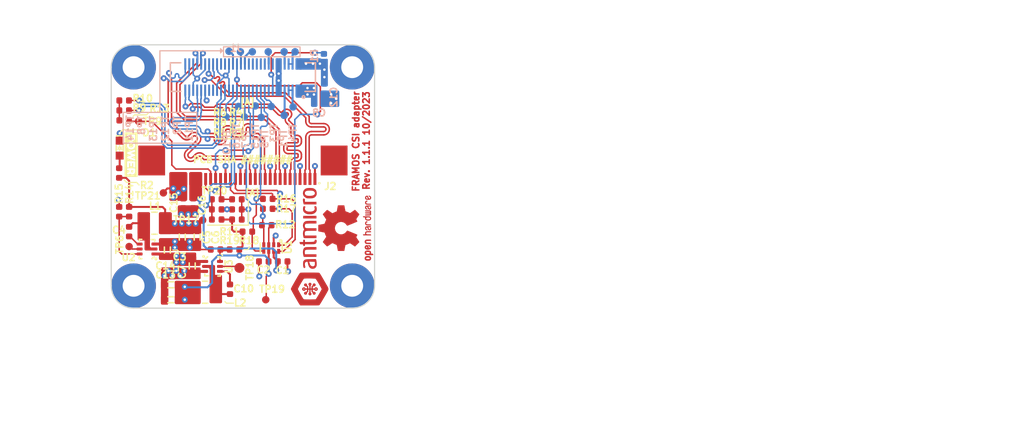
<source format=kicad_pcb>
(kicad_pcb (version 20221018) (generator pcbnew)
  (title_block (title "FRAMOS CSI adapter") (date "2022-06-30") (rev "1.1.0"))
  (layers (0 "F.Cu" signal) (1 "In1.Cu" power) (2 "In2.Cu" power) (31 "B.Cu" signal) (34 "B.Paste" user) (35 "F.Paste" user) (36 "B.SilkS" user "B.Silkscreen") (37 "F.SilkS" user "F.Silkscreen") (38 "B.Mask" user) (39 "F.Mask" user) (44 "Edge.Cuts" user))
  (net 0 "")
  (net 1 "GND")
  (net 2 "/MCLK1")
  (net 3 "/PW_EN_1")
  (net 4 "/PW_EN_0")
  (net 5 "/AUX_IF")
  (net 6 "/AUX_DIG")
  (net 7 "/AUX_ANA")
  (net 8 "1V8_CAM")
  (net 9 "3V8_CAM")
  (net 10 "/AUX_V")
  (net 11 "CSI_CLK_N")
  (net 12 "CSI_CLK_P")
  (net 13 "CSI_D1_P")
  (net 14 "CSI_D0_P")
  (net 15 "CSI_D1_N")
  (net 16 "CSI_D0_N")
  (net 17 "CSI_CAM_XTRIG")
  (net 18 "CAM_SDA_1V8")
  (net 19 "CSI_CAM_XVS")
  (net 20 "CAM_SCL_1V8")
  (net 21 "CSI_CAM_CLK")
  (net 22 "CSI_CAM_EN")
  (net 23 "CAM_SCL_3V3")
  (net 24 "CAM_SDA_3V3")
  (net 25 "Net-(D1-Pad1)")
  (net 26 "/INCK")
  (net 27 "/SLAMODE2")
  (net 28 "/SLAMODE1")
  (net 29 "/TOUT")
  (net 30 "/TENABLE")
  (net 31 "/XHS")
  (net 32 "/XCE")
  (net 33 "/XMASTER")
  (net 34 "/SDO")
  (net 35 "/XCLR")
  (net 36 "3V3FFC")
  (net 37 "5V0_SYS")
  (net 38 "Net-(U2-BST)")
  (net 39 "Net-(U2-SW)")
  (net 40 "Net-(U3-BST)")
  (net 41 "Net-(U3-SW)")
  (net 42 "CSI_D2_P")
  (net 43 "CSI_D2_N")
  (net 44 "CSI_D3_P")
  (net 45 "CSI_D3_N")
  (net 46 "Net-(R10-Pad1)")
  (net 47 "Net-(U2-FB)")
  (net 48 "Net-(U3-FB)")
  (net 60 "Net-(U2-EN)")
  (net 61 "Net-(U3-EN)")
  (footprint "framos-csi-adapter-footprints:TP_SMD_0.75mm" (layer "F.Cu") (at 102.75 107.7)
    (fp_text reference "TP9")
    (fp_text value "TP_0.75mm_SMD")
  )
  (footprint "framos-csi-adapter-footprints:TP_SMD_0.75mm" (layer "F.Cu") (at 108.65 114.7508)
    (fp_text reference "TP20")
    (fp_text value "TP_0.75mm_SMD")
  )
  (footprint "framos-csi-adapter-footprints:TP_SMD_0.75mm" (layer "F.Cu") (at 105.25 114.9008)
    (fp_text reference "TP21")
    (fp_text value "TP_0.75mm_SMD")
  )
  (footprint "framos-csi-adapter-footprints:R_0402_1005Metric" (layer "F.Cu") (at 115.75 115.5)
    (fp_text reference "R16")
    (fp_text value "R_0R_0402")
  )
  (footprint "framos-csi-adapter-footprints:TP_SMD_0.75mm" (layer "F.Cu") (at 109.2 117.6508)
    (fp_text reference "TP17")
    (fp_text value "TP_0.75mm_SMD")
  )
  (footprint "framos-csi-adapter-footprints:C_0603_1608Metric" (layer "F.Cu") (at 108.15 122.25 -90)
    (fp_text reference "C7")
    (fp_text value "C_22u_0603")
  )
  (footprint "framos-csi-adapter-footprints:R_0402_1005Metric" (layer "F.Cu") (at 101.3 106.6)
    (fp_text reference "R9")
    (fp_text value "R_0R_0402")
  )
  (footprint "framos-csi-adapter-footprints:C_0603_1608Metric" (layer "F.Cu") (at 105.65 120.65 90)
    (fp_text reference "C3")
    (fp_text value "C_22u_0603")
  )
  (footprint "framos-csi-adapter-footprints:R_0402_1005Metric" (layer "F.Cu") (at 115.75 116.5)
    (fp_text reference "R17")
    (fp_text value "R_0R_0402")
  )
  (footprint "framos-csi-adapter-footprints:R_0402_1005Metric" (layer "F.Cu") (at 100.8 112.9 90)
    (fp_text reference "R2")
    (fp_text value "R_330R_0402")
  )
  (footprint "framos-csi-adapter-footprints:L_1008_2520Metric" (layer "F.Cu") (at 109.45 124.9 180)
    (fp_text reference "L2")
    (fp_text value "L_2u2_1.6A_1008")
  )
  (footprint "framos-csi-adapter-footprints:C_0402_1005Metric" (layer "F.Cu") (at 117.25 121.8)
    (fp_text reference "C1")
    (fp_text value "C_100n_0402")
  )
  (footprint "framos-csi-adapter-footprints:R_0402_1005Metric" (layer "F.Cu") (at 112.647 116.5644 180)
    (fp_text reference "R7")
    (fp_text value "R_12k_0402")
  )
  (footprint "framos-csi-adapter-footprints:C_0603_1608Metric" (layer "F.Cu") (at 106 125.65 180)
    (fp_text reference "C13")
    (fp_text value "C_22u_0603")
  )
  (footprint "framos-csi-adapter-footprints:R_0402_1005Metric" (layer "F.Cu") (at 110.615 117.5804 180)
    (fp_text reference "R5")
    (fp_text value "R_100k_0402")
  )
  (footprint "framos-csi-adapter-footprints:L_1008_2520Metric" (layer "F.Cu") (at 104.35 117.95)
    (fp_text reference "L1")
    (fp_text value "L_2u2_1.6A_1008")
  )
  (footprint "framos-csi-adapter-footprints:C_0402_1005Metric" (layer "F.Cu") (at 101.8 118.8 90)
    (fp_text reference "C4")
    (fp_text value "C_100n_0402")
  )
  (footprint "framos-csi-adapter-footprints:R_0402_1005Metric" (layer "F.Cu") (at 110.615 115.5464 180)
    (fp_text reference "R6")
    (fp_text value "R_10k_0402")
  )
  (footprint "framos-csi-adapter-footprints:LED_0603_1608Metric_G" (layer "F.Cu") (at 100.85 110.4 90)
    (fp_text reference "D1")
    (fp_text value "LED_G_0603_KP-1608CGCK")
  )
  (footprint "framos-csi-adapter-footprints:C_0603_1608Metric" (layer "F.Cu") (at 106 124.15 180)
    (fp_text reference "C14")
    (fp_text value "C_22u_0603")
  )
  (footprint "framos-csi-adapter-footprints:R_0402_1005Metric" (layer "F.Cu") (at 112.647 115.5464)
    (fp_text reference "R4")
    (fp_text value "R_10k_0402")
  )
  (footprint "framos-csi-adapter-footprints:R_0402_1005Metric" (layer "F.Cu") (at 101.3 105.6)
    (fp_text reference "R10")
    (fp_text value "R_0R_0402")
  )
  (footprint "framos-csi-adapter-footprints:C_0402_1005Metric" (layer "F.Cu") (at 111.95 124.6 -90)
    (fp_text reference "C10")
    (fp_text value "C_100n_0402")
  )
  (footprint "framos-csi-adapter-footprints:C_0603_1608Metric" (layer "F.Cu") (at 107.15 119.35 -90)
    (fp_text reference "C5")
    (fp_text value "C_22u_0603")
  )
  (footprint "framos-csi-adapter-footprints:C_0603_1608Metric" (layer "F.Cu") (at 108.65 119.35 -90)
    (fp_text reference "C6")
    (fp_text value "C_22u_0603")
  )
  (footprint "framos-csi-adapter-footprints:R_0402_1005Metric" (layer "F.Cu") (at 100.8 116.8 90)
    (fp_text reference "R15")
    (fp_text value "R_10k_0402")
  )
  (footprint "framos-csi-adapter-footprints:SOT-563" (layer "F.Cu") (at 110.2 122.3)
    (fp_text reference "U3")
    (fp_text value "AP62301Z6-7")
  )
  (footprint "framos-csi-adapter-footprints:C_0402_1005Metric" (layer "F.Cu") (at 108.25 115.95 -90)
    (fp_text reference "C16")
    (fp_text value "C_100n_0402")
  )
  (footprint "framos-csi-adapter-footprints:Conn_STM_MSAK24025P30" (layer "F.Cu") (at 113.25 111.625 180)
    (fp_text reference "J2")
    (fp_text value "Conn_STM_MSAK24025P30")
  )
  (footprint "framos-csi-adapter-footprints:R_0402_1005Metric" (layer "F.Cu") (at 110.615 116.5644 180)
    (fp_text reference "R8")
    (fp_text value "R_12k_0402")
  )
  (footprint "framos-csi-adapter-footprints:Testpoint_smd_1mm" (layer "F.Cu") (at 112.8992 122.45 -90)
    (fp_text reference "TP18")
    (fp_text value "TP_1mm_SMD")
  )
  (footprint "framos-csi-adapter-footprints:C_0402_1005Metric" (layer "F.Cu") (at 107.25 115.95 -90)
    (fp_text reference "C15")
    (fp_text value "C_100n_0402")
  )
  (footprint "framos-csi-adapter-footprints:R_0402_1005Metric" (layer "F.Cu") (at 112.4 120.6 180)
    (fp_text reference "R18")
    (fp_text value "R_12k4_0402")
  )
  (footprint "framos-csi-adapter-footprints:R_0402_1005Metric" (layer "F.Cu") (at 101.3 107.6 180)
    (fp_text reference "R13")
    (fp_text value "R_0R_0402")
  )
  (footprint "framos-csi-adapter-footprints:antmicro-logo_scaled_12mm" (layer "F.Cu") (at 120 120.35 90)
    (fp_text reference "N2" hide)
    (fp_text value "antmicro_logo" hide)
  )
  (footprint "framos-csi-adapter-footprints:TP_SMD_0.75mm" (layer "F.Cu") (at 101.8 120.3 -90)
    (fp_text reference "TP6")
    (fp_text value "TP_0.75mm_SMD")
  )
  (footprint "framos-csi-adapter-footprints:SOT-563" (layer "F.Cu") (at 103.6 120.55 180)
    (fp_text reference "U2")
    (fp_text value "AP62301Z6-7")
  )
  (footprint "label" (layer "F.Cu") (at 102 111.05 -90)
    (fp_text reference "kibuzzard-621A77E1" hide)
    (fp_text value "G***" hide)
  )
  (footprint "framos-csi-adapter-footprints:R_0402_1005Metric" (layer "F.Cu") (at 101.8 116.8 -90)
    (fp_text reference "R14")
    (fp_text value "R_37k4_0402")
  )
  (footprint "framos-csi-adapter-footprints:XSON-8_1x1.95mm_P0.5mm" (layer "F.Cu") (at 116.1 120.45 -90)
    (fp_text reference "U1")
    (fp_text value "NTS0102_XSON")
  )
  (footprint "framos-csi-adapter-footprints:TP_SMD_0.75mm" (layer "F.Cu") (at 115.5492 125.65 -90)
    (fp_text reference "TP19")
    (fp_text value "TP_0.75mm_SMD")
  )
  (footprint "framos-csi-adapter-footprints:R_0402_1005Metric" (layer "F.Cu") (at 113.7 118.8)
    (fp_text reference "R11")
    (fp_text value "R_2k2_0402")
  )
  (footprint "framos-csi-adapter-footprints:R_0402_1005Metric" (layer "F.Cu") (at 115.65 118.15 180)
    (fp_text reference "R12")
    (fp_text value "R_2k2_0402")
  )
  (footprint "framos-csi-adapter-footprints:C_0402_1005Metric" (layer "F.Cu") (at 115.35 121.8 180)
    (fp_text reference "C2")
    (fp_text value "C_100n_0402")
  )
  (footprint "framos-csi-adapter-footprints:R_0402_1005Metric" (layer "F.Cu") (at 110.5 120.6 180)
    (fp_text reference "R19")
    (fp_text value "R_10k_0402")
  )
  (footprint "framos-csi-adapter-footprints:R_0402_1005Metric" (layer "F.Cu") (at 112.647 117.5804)
    (fp_text reference "R3")
    (fp_text value "R_100k_0402")
  )
  (footprint "framos-csi-adapter-footprints:OSHW-Logo2_7.3x6mm_Copper_Mask" (layer "F.Cu") (at 123.6 118.45 90)
    (fp_text reference "N1" hide)
    (fp_text value "oshw_logo" hide)
  )
  (footprint "framos-csi-adapter-footprints:TP_SMD_0.75mm" (layer "B.Cu") (at 117.4 107.1)
    (fp_text reference "TP1")
    (fp_text value "TP_0.75mm_SMD")
  )
  (footprint "framos-csi-adapter-footprints:TP_SMD_0.75mm" (layer "B.Cu") (at 116.1 106.2)
    (fp_text reference "TP3")
    (fp_text value "TP_0.75mm_SMD")
  )
  (footprint "framos-csi-adapter-footprints:TP_SMD_0.75mm" (layer "B.Cu") (at 118.3 106.2492)
    (fp_text reference "TP4")
    (fp_text value "TP_0.75mm_SMD")
  )
  (footprint "framos-csi-adapter-footprints:TP_SMD_0.75mm" (layer "B.Cu") (at 115.1 107.3)
    (fp_text reference "TP5")
    (fp_text value "TP_0.75mm_SMD")
  )
  (footprint "framos-csi-adapter-footprints:TP_SMD_0.75mm" (layer "B.Cu") (at 113.4 107.2492)
    (fp_text reference "TP7")
    (fp_text value "TP_0.75mm_SMD")
  )
  (footprint "framos-csi-adapter-footprints:TP_SMD_0.75mm" (layer "B.Cu") (at 111.55 107.25)
    (fp_text reference "TP10")
    (fp_text value "TP_0.75mm_SMD")
  )
  (footprint "framos-csi-adapter-footprints:TP_SMD_0.75mm" (layer "B.Cu") (at 114.5 106.1492)
    (fp_text reference "TP15")
    (fp_text value "TP_0.75mm_SMD")
  )
  (footprint "framos-csi-adapter-footprints:TP_SMD_0.75mm" (layer "B.Cu") (at 112.9992 100.7 90)
    (fp_text reference "TP8")
    (fp_text value "TP_0.75mm_SMD")
  )
  (footprint "framos-csi-adapter-footprints:TP_SMD_0.75mm" (layer "B.Cu") (at 117.3992 100.7 90)
    (fp_text reference "TP2")
    (fp_text value "TP_0.75mm_SMD")
  )
  (footprint "framos-csi-adapter-footprints:TP_SMD_0.75mm" (layer "B.Cu") (at 111.8492 100.65 90)
    (fp_text reference "TP14")
    (fp_text value "TP_0.75mm_SMD")
  )
  (footprint "framos-csi-adapter-footprints:TP_SMD_0.75mm" (layer "B.Cu") (at 114.2 100.7 90)
    (fp_text reference "TP13")
    (fp_text value "TP_0.75mm_SMD")
  )
  (footprint "framos-csi-adapter-footprints:TP_SMD_0.75mm" (layer "B.Cu") (at 115.8 100.7 90)
    (fp_text reference "TP12")
    (fp_text value "TP_0.75mm_SMD")
  )
  (footprint "framos-csi-adapter-footprints:TP_SMD_0.75mm" (layer "B.Cu") (at 118.4992 100.7 90)
    (fp_text reference "TP11")
    (fp_text value "TP_0.75mm_SMD")
  )
  (footprint "framos-csi-adapter-footprints:R_0402_1005Metric" (layer "B.Cu") (at 121.4 101.4 90)
    (fp_text reference "R1")
    (fp_text value "R_100k_0402")
  )
  (footprint "framos-csi-adapter-footprints:TP_SMD_0.75mm" (layer "B.Cu") (at 112.8 106.2)
    (fp_text reference "TP16")
    (fp_text value "TP_0.75mm_SMD")
  )
  (footprint "framos-csi-adapter-footprints:Conn_Socket_Hirose_DF40_2x30_DF40C-60DS-0.4V" (layer "B.Cu") (at 113.25 103.25 180)
    (fp_text reference "J1")
    (fp_text value "Socket_Hirose_DF40_2x30_DF40C-60DS-0.4V")
  )
  (footprint "framos-csi-adapter-footprints:C_0402_1005Metric" (layer "B.Cu") (at 120.9 105.9)
    (fp_text reference "C8")
    (fp_text value "C_100n_0402")
  )
  (footprint "framos-csi-adapter-footprints:MP_Pad4.5mm_Drill2.2mm" (layer "B.Cu") (at 124.25 102.25 -90)
    (fp_text reference "MP2" hide)
    (fp_text value "MP_Pad4.5mm_Drill2.2mm")
  )
  (footprint "framos-csi-adapter-footprints:MP_Pad4.5mm_Drill2.2mm" (layer "B.Cu") (at 102.25 102.25 -90)
    (fp_text reference "MP1" hide)
    (fp_text value "MP_Pad4.5mm_Drill2.2mm")
  )
  (footprint "framos-csi-adapter-footprints:C_0402_1005Metric" (layer "B.Cu") (at 121.45 104.4 -90)
    (fp_text reference "C12")
    (fp_text value "C_100n_0402")
  )
  (footprint "framos-csi-adapter-footprints:MP_Pad4.5mm_Drill2.2mm" (layer "B.Cu") (at 124.25 124.25 -90)
    (fp_text reference "MP4" hide)
    (fp_text value "MP_Pad4.5mm_Drill2.2mm")
  )
  (footprint "framos-csi-adapter-footprints:MP_Pad4.5mm_Drill2.2mm" (layer "B.Cu") (at 102.25 124.25 -90)
    (fp_text reference "MP3" hide)
    (fp_text value "MP_Pad4.5mm_Drill2.2mm")
  )
  (gr_line (start 111.2 100.6) (end 111 100.4) (layer "B.SilkS") (width 0.12))
  (gr_rect (start 111.3 100.2) (end 119 101.2) (layer "B.SilkS") (width 0.12) (fill none))
  (gr_line (start 104.9 100.6) (end 111.1 100.6) (layer "B.SilkS") (width 0.12))
  (gr_line (start 108.6 109.9) (end 108.6 106.8) (layer "B.SilkS") (width 0.12))
  (gr_line (start 108.6 106.8) (end 101.2 106.8) (layer "B.SilkS") (width 0.12))
  (gr_line (start 101.2 106.8) (end 101.2 109.9) (layer "B.SilkS") (width 0.12))
  (gr_line (start 104.9 106.8) (end 104.9 100.6) (layer "B.SilkS") (width 0.12))
  (gr_line (start 111 100.7) (end 111 100.8) (layer "B.SilkS") (width 0.12))
  (gr_line (start 111 100.8) (end 111.2 100.6) (layer "B.SilkS") (width 0.12))
  (gr_line (start 111 100.4) (end 111 100.7) (layer "B.SilkS") (width 0.12))
  (gr_line (start 101.2 109.9) (end 108.6 109.9) (layer "B.SilkS") (width 0.12))
  (gr_line (start 113.8 118.15) (end 109.7 118.15) (layer "F.SilkS") (width 0.12))
  (gr_line (start 106.2 120.65) (end 106.65 120.65) (layer "F.SilkS") (width 0.12))
  (gr_line (start 101.15 108.55) (end 100.85 108.85) (layer "F.SilkS") (width 0.12))
  (gr_line (start 113.725 120.6) (end 113.35 120.6) (layer "F.SilkS") (width 0.12))
  (gr_line (start 101.55 113.85) (end 101.3 113.6) (layer "F.SilkS") (width 0.12))
  (gr_line (start 113.875 120.3) (end 113.875 120.45) (layer "F.SilkS") (width 0.12))
  (gr_line (start 111.6 126) (end 111.45 125.85) (layer "F.SilkS") (width 0.12))
  (gr_line (start 110.35 109.45) (end 113.3 109.45) (layer "F.SilkS") (width 0.12))
  (gr_line (start 103.55 107.05) (end 102.35 107.05) (layer "F.SilkS") (width 0.12))
  (gr_line (start 102.55 113.85) (end 102.8 114.1) (layer "F.SilkS") (width 0.12))
  (gr_line (start 113.875 120.45) (end 113.725 120.6) (layer "F.SilkS") (width 0.12))
  (gr_line (start 103.55 107.05) (end 103.75 106.85) (layer "F.SilkS") (width 0.12))
  (gr_line (start 106.65 120.65) (end 106.8 120.8) (layer "F.SilkS") (width 0.12))
  (gr_line (start 113.3 109.45) (end 113.3 106.5) (layer "F.SilkS") (width 0.12))
  (gr_line (start 113.8 115.65) (end 113.8 118.15) (layer "F.SilkS") (width 0.12))
  (gr_line (start 102.75 108.55) (end 101.15 108.55) (layer "F.SilkS") (width 0.12))
  (gr_line (start 102.55 113.85) (end 101.55 113.85) (layer "F.SilkS") (width 0.12))
  (gr_line (start 112.3 126) (end 111.6 126) (layer "F.SilkS") (width 0.12))
  (gr_line (start 102.35 107.05) (end 102.2 107.2) (layer "F.SilkS") (width 0.12))
  (gr_line (start 102.75 108.55) (end 103.05 108.85) (layer "F.SilkS") (width 0.12))
  (gr_line (start 111.05 121.05) (end 111.2 121.2) (layer "F.SilkS") (width 0.12))
  (gr_line (start 102.25 126.5) (end 124.25 126.5) (layer "Edge.Cuts") (width 0.12))
  (gr_arc (start 102.25 126.5) (mid 100.65901 125.84099) (end 100 124.25) (layer "Edge.Cuts") (width 0.12))
  (gr_arc (start 100 102.25) (mid 100.65901 100.65901) (end 102.25 100) (layer "Edge.Cuts") (width 0.12))
  (gr_line (start 126.5 124.25) (end 126.5 102.25) (layer "Edge.Cuts") (width 0.12))
  (gr_line (start 124.25 100) (end 102.25 100) (layer "Edge.Cuts") (width 0.12))
  (gr_line (start 100 102.25) (end 100 124.25) (layer "Edge.Cuts") (width 0.12))
  (gr_arc (start 126.5 124.25) (mid 125.84099 125.84099) (end 124.25 126.5) (layer "Edge.Cuts") (width 0.12))
  (gr_arc (start 124.25 100) (mid 125.84099 100.65901) (end 126.5 102.25) (layer "Edge.Cuts") (width 0.12))
  (gr_text "FRAMOS CSI adapter\nRev. 1.1.1 10/2023" (at 125.15 104.6 90) (layer "F.Cu") (effects (font (size 0.65 0.65)) (justify right)))
  (gr_text "PCB SHA ########" (at 113.251 111.55) (layer "F.SilkS") (effects (font (size 0.65 0.65))))
  (gr_text "[A]" (at 114.2 114.9) (layer "F.SilkS") (effects (font (size 0.65 0.65))))
  (gr_text "[A]" (at 113.7 105.75) (layer "F.SilkS") (effects (font (size 0.65 0.65))))
  (segment (start 108.1 120.6) (end 107.9 120.4) (width 0.15) (layer "F.Cu") (net 1))
  (segment (start 110.015 120.6) (end 108.1 120.6) (width 0.15) (layer "F.Cu") (net 1))
  (segment (start 117.735 121.8) (end 117.735 122.735) (width 0.2) (layer "F.Cu") (net 1))
  (segment (start 116.35 119.4) (end 116.55 119.2) (width 0.2) (layer "F.Cu") (net 1))
  (segment (start 111.6356 116.5644) (end 111.65 116.55) (width 0.15) (layer "F.Cu") (net 1))
  (segment (start 112.162 116.5644) (end 111.6356 116.5644) (width 0.15) (layer "F.Cu") (net 1))
  (segment (start 111.6356 116.5644) (end 111.1 116.5644) (width 0.15) (layer "F.Cu") (net 1))
  (segment (start 119 113.5) (end 119 112.2) (width 0.2) (layer "F.Cu") (net 1))
  (segment (start 116 112.225306) (end 115.987347 112.212653) (width 0.2) (layer "F.Cu") (net 1))
  (segment (start 117.5 113.5) (end 117.5 112.2) (width 0.2) (layer "F.Cu") (net 1))
  (segment (start 116 113.5) (end 116 112.225306) (width 0.2) (layer "F.Cu") (net 1))
  (segment (start 117.735 122.735) (end 117.8 122.8) (width 0.2) (layer "F.Cu") (net 1))
  (segment (start 114.865 121.8) (end 114.865 123.265) (width 0.2) (layer "F.Cu") (net 1))
  (segment (start 100.8 115.7) (end 100.7 115.6) (width 0.15) (layer "F.Cu") (net 1))
  (segment (start 111.5 113.5) (end 111.5 112.2) (width 0.2) (layer "F.Cu") (net 1))
  (segment (start 114.5 113.5) (end 114.5 112.2) (width 0.2) (layer "F.Cu") (net 1))
  (segment (start 100.8 116.315) (end 100.8 115.7) (width 0.15) (layer "F.Cu") (net 1))
  (segment (start 120.5 113.5) (end 120.5 112.2) (width 0.2) (layer "F.Cu") (net 1))
  (segment (start 114.865 123.265) (end 114.9 123.3) (width 0.2) (layer "F.Cu") (net 1))
  (segment (start 113 113.5) (end 113 112.2) (width 0.2) (layer "F.Cu") (net 1))
  (segment (start 116.35 120.155) (end 116.35 119.4) (width 0.2) (layer "F.Cu") (net 1))
  (segment (start 100.85 109.65) (end 100.85 108.9) (width 0.2) (layer "F.Cu") (net 1))
  (via (at 107.9 119.8) (size 0.6) (drill 0.25) (layers "F.Cu" "B.Cu") (net 1))
  (via (at 115.987347 112.212653) (size 0.6) (drill 0.25) (layers "F.Cu" "B.Cu") (net 1))
  (via (at 120.5 112.2) (size 0.6) (drill 0.25) (layers "F.Cu" "B.Cu") (net 1))
  (via (at 117.5 112.2) (size 0.6) (drill 0.25) (layers "F.Cu" "B.Cu") (net 1))
  (via (at 119 112.2) (size 0.6) (drill 0.25) (layers "F.Cu" "B.Cu") (net 1))
  (via (at 108.45 117.05) (size 0.6) (drill 0.25) (layers "F.Cu" "B.Cu") (net 1))
  (via (at 114.5 112.2) (size 0.6) (drill 0.25) (layers "F.Cu" "B.Cu") (net 1))
  (via (at 107.35 122.75) (size 0.6) (drill 0.25) (layers "F.Cu" "B.Cu") (net 1))
  (via (at 111.5 112.2) (size 0.6) (drill 0.25) (layers "F.Cu" "B.Cu") (net 1))
  (via (at 106.4 119.8) (size 0.6) (drill 0.25) (layers "F.Cu" "B.Cu") (net 1))
  (via (at 107.75 117.05) (size 0.6) (drill 0.25) (layers "F.Cu" "B.Cu") (net 1))
  (via (at 106.4 120.4) (size 0.6) (drill 0.25) (layers "F.Cu" "B.Cu") (net 1))
  (via (at 107.05 117.05) (size 0.6) (drill 0.25) (layers "F.Cu" "B.Cu") (net 1))
  (via (at 107.9 120.4) (size 0.6) (drill 0.25) (layers "F.Cu" "B.Cu") (net 1))
  (via (at 111.65 116.55) (size 0.6) (drill 0.25) (layers "F.Cu" "B.Cu") (net 1))
  (via (at 106.95 123.25) (size 0.6) (drill 0.25) (layers "F.Cu" "B.Cu") (net 1))
  (via (at 100.85 108.9) (size 0.6) (drill 0.25) (layers "F.Cu" "B.Cu") (net 1))
  (via (at 108.65 103.4) (size 0.6) (drill 0.25) (layers "F.Cu" "B.Cu") (net 1))
  (via (at 111.512653 103.087347) (size 0.6) (drill 0.25) (layers "F.Cu" "B.Cu") (net 1))
  (via (at 109.6 105.6) (size 0.6) (drill 0.25) (layers "F.Cu" "B.Cu") (net 1))
  (via (at 116.55 119.2) (size 0.6) (drill 0.25) (layers "F.Cu" "B.Cu") (net 1))
  (via (at 100.7 115.6) (size 0.6) (drill 0.25) (layers "F.Cu" "B.Cu") (net 1))
  (via (at 122.625 105.425) (size 0.6) (drill 0.25) (layers "F.Cu" "B.Cu") (net 1))
  (via (at 117.8 122.8) (size 0.6) (drill 0.25) (layers "F.Cu" "B.Cu") (net 1))
  (via (at 116.85 103.6) (size 0.6) (drill 0.25) (layers "F.Cu" "B.Cu") (net 1))
  (via (at 105.35 123.25) (size 0.6) (drill 0.25) (layers "F.Cu" "B.Cu") (net 1))
  (via (at 122.125 105.875) (size 0.6) (drill 0.25) (layers "F.Cu" "B.Cu") (net 1))
  (via (at 105.75 122.75) (size 0.6) (drill 0.25) (layers "F.Cu" "B.Cu") (net 1))
  (via (at 122.125 104.975) (size 0.6) (drill 0.25) (layers "F.Cu" "B.Cu") (net 1))
  (via (at 106.15 123.25) (size 0.6) (drill 0.25) (layers "F.Cu" "B.Cu") (net 1))
  (via (at 114.9 123.3) (size 0.6) (drill 0.25) (layers "F.Cu" "B.Cu") (net 1))
  (via (at 106.55 122.75) (size 0.6) (drill 0.25) (layers "F.Cu" "B.Cu") (net 1))
  (via (at 116.85 102.9) (size 0.6) (drill 0.25) (layers "F.Cu" "B.Cu") (net 1))
  (via (at 113 112.2) (size 0.6) (drill 0.25) (layers "F.Cu" "B.Cu") (net 1))
  (segment (start 110.65 101.93) (end 110.65 102.526363) (width 0.15) (layer "B.Cu") (net 1))
  (segment (start 109.45 105.45) (end 109.6 105.6) (width 0.15) (layer "B.Cu") (net 1))
  (segment (start 108.65 103.320722) (end 108.65 103.4) (width 0.15) (layer "B.Cu") (net 1))
  (segment (start 111.85 101.93) (end 111.85 102.75) (width 0.15) (layer "B.Cu") (net 1))
  (segment (start 111.85 102.75) (end 111.512653 103.087347) (width 0.15) (layer "B.Cu") (net 1))
  (segment (start 111.85 104.57) (end 111.85 103.424694) (width 0.15) (layer "B.Cu") (net 1))
  (segment (start 110.72501 102.72501) (end 111.087347 103.087347) (width 0.15) (layer "B.Cu") (net 1))
  (segment (start 108.25 101.93) (end 108.25 103) (width 0.15) (layer "B.Cu") (net 1))
  (segment (start 111.087347 103.087347) (end 111.512653 103.087347) (width 0.15) (layer "B.Cu") (net 1))
  (segment (start 111.512653 103.087347) (end 110.65 103.95) (width 0.15) (layer "B.Cu") (net 1))
  (segment (start 110.65 103.95) (end 110.65 104.57) (width 0.15) (layer "B.Cu") (net 1))
  (segment (start 110.65 102.526363) (end 110.676363 102.526363) (width 0.15) (layer "B.Cu") (net 1))
  (segment (start 110.72501 102.57501) (end 110.72501 102.72501) (width 0.15) (layer "B.Cu") (net 1))
  (segment (start 108.65 103.4) (end 108.25 103.8) (width 0.15) (layer "B.Cu") (net 1))
  (segment (start 108.25 103.8) (end 108.25 104.57) (width 0.15) (layer "B.Cu") (net 1))
  (segment (start 109.45 101.93) (end 109.45 102.520722) (width 0.15) (layer "B.Cu") (net 1))
  (segment (start 110.676363 102.526363) (end 110.72501 102.57501) (width 0.15) (layer "B.Cu") (net 1))
  (segment (start 109.45 102.520722) (end 108.65 103.320722) (width 0.15) (layer "B.Cu") (net 1))
  (segment (start 111.85 103.424694) (end 111.512653 103.087347) (width 0.15) (layer "B.Cu") (net 1))
  (segment (start 108.25 103) (end 108.65 103.4) (width 0.15) (layer "B.Cu") (net 1))
  (segment (start 109.45 104.57) (end 109.45 105.45) (width 0.15) (layer "B.Cu") (net 1))
  (segment (start 102.8 105.6) (end 101.785 105.6) (width 0.15) (layer "F.Cu") (net 2))
  (via (at 102.8 105.6) (size 0.6) (drill 0.25) (layers "F.Cu" "B.Cu") (net 2))
  (segment (start 103.099999 105.899999) (end 104.924277 105.899999) (width 0.15) (layer "B.Cu") (net 2))
  (segment (start 102.8 105.6) (end 103.099999 105.899999) (width 0.15) (layer "B.Cu") (net 2))
  (segment (start 110.15 110.1) (end 110.649991 109.600009) (width 0.15) (layer "B.Cu") (net 2))
  (segment (start 110.649991 105.850009) (end 111.05 105.45) (width 0.15) (layer "B.Cu") (net 2))
  (segment (start 110.649991 109.600009) (end 110.649991 105.850009) (width 0.15) (layer "B.Cu") (net 2))
  (segment (start 105.4 106.375722) (end 105.4 109.775722) (width 0.15) (layer "B.Cu") (net 2))
  (segment (start 105.724278 110.1) (end 110.15 110.1) (width 0.15) (layer "B.Cu") (net 2))
  (segment (start 105.4 109.775722) (end 105.724278 110.1) (width 0.15) (layer "B.Cu") (net 2))
  (segment (start 104.924277 105.899999) (end 105.4 106.375722) (width 0.15) (layer "B.Cu") (net 2))
  (segment (start 111.05 104.57) (end 111.05 105.45) (width 0.15) (layer "B.Cu") (net 2))
  (segment (start 118.924997 104.125001) (end 119.224999 103.824999) (width 0.15) (layer "F.Cu") (net 3))
  (segment (start 113.132 116.5644) (end 113.7856 116.5644) (width 0.15) (layer "F.Cu") (net 3))
  (segment (start 121.049999 106.700001) (end 120.75 107) (width 0.15) (layer "F.Cu") (net 3))
  (segment (start 119.224999 103.824999) (end 120.652001 103.824999) (width 0.15) (layer "F.Cu") (net 3))
  (segment (start 112.65 103.5) (end 112.65 103.95) (width 0.15) (layer "F.Cu") (net 3))
  (segment (start 112.825001 104.125001) (end 118.924997 104.125001) (width 0.15) (layer "F.Cu") (net 3))
  (segment (start 120.652001 103.824999) (end 121.049999 104.222997) (width 0.15) (layer "F.Cu") (net 3))
  (segment (start 121.049999 104.222997) (end 121.049999 106.700001) (width 0.15) (layer "F.Cu") (net 3))
  (segment (start 112.65 103.95) (end 112.825001 104.125001) (width 0.15) (layer "F.Cu") (net 3))
  (segment (start 113.7856 116.5644) (end 113.8 116.55) (width 0.15) (layer "F.Cu") (net 3))
  (segment (start 113.132 115.5464) (end 113.132 117.5804) (width 0.15) (layer "F.Cu") (net 3))
  (via (at 113.8 116.55) (size 0.6) (drill 0.25) (layers "F.Cu" "B.Cu") (net 3))
  (via (at 120.75 107) (size 0.6) (drill 0.25) (layers "F.Cu" "B.Cu") (net 3))
  (via (at 112.65 103.5) (size 0.6) (drill 0.25) (layers "F.Cu" "B.Cu") (net 3))
  (segment (start 119 107) (end 120.75 107) (width 0.15) (layer "B.Cu") (net 3))
  (segment (start 118.25 118) (end 118.5 117.75) (width 0.15) (layer "B.Cu") (net 3))
  (segment (start 112.65 101.93) (end 112.65 103.5) (width 0.15) (layer "B.Cu") (net 3))
  (segment (start 113.8 117.8) (end 114 118) (width 0.15) (layer "B.Cu") (net 3))
  (segment (start 118.474999 117.724999) (end 118.474999 107.525001) (width 0.15) (layer "B.Cu") (net 3))
  (segment (start 118.474999 107.525001) (end 119 107) (width 0.15) (layer "B.Cu") (net 3))
  (segment (start 114 118) (end 118.25 118) (width 0.15) (layer "B.Cu") (net 3))
  (segment (start 118.5 117.75) (end 118.474999 117.724999) (width 0.15) (layer "B.Cu") (net 3))
  (segment (start 113.8 116.55) (end 113.8 117.8) (width 0.15) (layer "B.Cu") (net 3))
  (segment (start 110.13 115.5464) (end 110.13 117.5804) (width 0.15) (layer "F.Cu") (net 4))
  (segment (start 110.13 116.5644) (end 109.7156 116.15) (width 0.15) (layer "F.Cu") (net 4))
  (segment (start 109.7156 116.15) (end 109.55 116.15) (width 0.15) (layer "F.Cu") (net 4))
  (via (at 109.55 116.15) (size 0.6) (drill 0.25) (layers "F.Cu" "B.Cu") (net 4))
  (segment (start 112.199999 107.800001) (end 112.199999 105.900001) (width 0.15) (layer "B.Cu") (net 4))
  (segment (start 109.55 116.15) (end 109.9 115.8) (width 0.15) (layer "B.Cu") (net 4))
  (segment (start 112.1 113.7) (end 112.1 107.9) (width 0.15) (layer "B.Cu") (net 4))
  (segment (start 109.9 114.3) (end 110.2 114) (width 0.15) (layer "B.Cu") (net 4))
  (segment (start 110.2 114) (end 111.8 114) (width 0.15) (layer "B.Cu") (net 4))
  (segment (start 112.65 105.45) (end 112.65 104.57) (width 0.15) (layer "B.Cu") (net 4))
  (segment (start 111.8 114) (end 112.1 113.7) (width 0.15) (layer "B.Cu") (net 4))
  (segment (start 112.199999 105.900001) (end 112.65 105.45) (width 0.15) (layer "B.Cu") (net 4))
  (segment (start 109.9 115.8) (end 109.9 114.3) (width 0.15) (layer "B.Cu") (net 4))
  (segment (start 112.1 107.9) (end 112.199999 107.800001) (width 0.15) (layer "B.Cu") (net 4))
  (segment (start 117.45 104.57) (end 117.45 107.05) (width 0.2) (layer "B.Cu") (net 5))
  (segment (start 117.45 107.05) (end 117.4 107.1) (width 0.2) (layer "B.Cu") (net 5))
  (segment (start 118.25 101) (end 118.55 100.7) (width 0.2) (layer "B.Cu") (net 6))
  (segment (start 118.25 101.93) (end 117.85 101.93) (width 0.15) (layer "B.Cu") (net 6))
  (segment (start 118.25 101.93) (end 118.25 101) (width 0.2) (layer "B.Cu") (net 6))
  (segment (start 118.25 104.57) (end 117.85 104.57) (width 0.15) (layer "B.Cu") (net 7))
  (segment (start 118.25 104.57) (end 118.25 106.1992) (width 0.2) (layer "B.Cu") (net 7))
  (segment (start 118.25 106.1992) (end 118.3 106.2492) (width 0.2) (layer "B.Cu") (net 7))
  (segment (start 115.85 123.05) (end 115.85 120.745) (width 0.15) (layer "F.Cu") (net 8))
  (segment (start 115.6 123.3) (end 115.85 123.05) (width 0.15) (layer "F.Cu") (net 8))
  (segment (start 115.85 121.785) (end 115.835 121.8) (width 0.2) (layer "F.Cu") (net 8))
  (segment (start 113.215 118.8) (end 113.215 120.27) (width 0.2) (layer "F.Cu") (net 8))
  (segment (start 115.85 120.155) (end 115.85 118.435) (width 0.15) (layer "F.Cu") (net 8))
  (segment (start 113.215 120.27) (end 112.885 120.6) (width 0.2) (layer "F.Cu") (net 8))
  (segment (start 115.85 118.435) (end 116.135 118.15) (width 0.15) (layer "F.Cu") (net 8))
  (segment (start 112.885 121.185) (end 112.9 121.2) (width 0.15) (layer "F.Cu") (net 8))
  (segment (start 112.162 117.5804) (end 111.1 117.5804) (width 0.2) (layer "F.Cu") (net 8))
  (segment (start 112.885 120.6) (end 112.885 121.185) (width 0.15) (layer "F.Cu") (net 8))
  (segment (start 115.6 125.65) (end 115.6 123.3) (width 0.15) (layer "F.Cu") (net 8))
  (segment (start 112.162 117.5804) (end 112.162 118.612) (width 0.2) (layer "F.Cu") (net 8))
  (segment (start 115.85 120.745) (end 115.85 120.155) (width 0.15) (layer "F.Cu") (net 8))
  (segment (start 115.835 123.035) (end 115.85 123.05) (width 0.2) (layer "F.Cu") (net 8))
  (segment (start 112.35 118.8) (end 113.215 118.8) (width 0.2) (layer "F.Cu") (net 8))
  (segment (start 115.835 121.8) (end 115.835 123.035) (width 0.2) (layer "F.Cu") (net 8))
  (segment (start 112.162 118.612) (end 112.35 118.8) (width 0.2) (layer "F.Cu") (net 8))
  (segment (start 115.85 120.155) (end 115.85 121.785) (width 0.2) (layer "F.Cu") (net 8))
  (via (at 107.4 124.35) (size 0.6) (drill 0.25) (layers "F.Cu" "B.Cu") (net 8))
  (via (at 121.45 102.5) (size 0.6) (drill 0.25) (layers "F.Cu" "B.Cu") (net 8))
  (via (at 121.45 103.25) (size 0.6) (drill 0.25) (layers "F.Cu" "B.Cu") (net 8))
  (via (at 120.3 101.9) (size 0.6) (drill 0.25) (layers "F.Cu" "B.Cu") (net 8))
  (via (at 119.6 101.9) (size 0.6) (drill 0.25) (layers "F.Cu" "B.Cu") (net 8))
  (via (at 121 101.9) (size 0.6) (drill 0.25) (layers "F.Cu" "B.Cu") (net 8))
  (via (at 107.4 125.65) (size 0.6) (drill 0.25) (layers "F.Cu" "B.Cu") (net 8))
  (via (at 112.9 121.2) (size 0.6) (drill 0.25) (layers "F.Cu" "B.Cu") (net 8))
  (via (at 115.85 123.05) (size 0.6) (drill 0.25) (layers "F.Cu" "B.Cu") (net 8))
  (segment (start 118.65 101.93) (end 119.05 101.93) (width 0.15) (layer "B.Cu") (net 8))
  (segment (start 110.15 123.95) (end 110.15 121.8) (width 0.2) (layer "B.Cu") (net 8))
  (segment (start 110.75 121.2) (end 110.6 121.35) (width 0.15) (layer "B.Cu") (net 8))
  (segment (start 115.85 121.6) (end 115.45 121.2) (width 0.2) (layer "B.Cu") (net 8))
  (segment (start 107.4 124.4) (end 109.7 124.4) (width 0.2) (layer "B.Cu") (net 8))
  (segment (start 110.15 121.8) (end 110.525 121.425) (width 0.2) (layer "B.Cu") (net 8))
  (segment (start 109.7 124.4) (end 110.15 123.95) (width 0.2) (layer "B.Cu") (net 8))
  (segment (start 110.75 121.2) (end 110.525 121.425) (width 0.2) (layer "B.Cu") (net 8))
  (segment (start 115.45 121.2) (end 112.9 121.2) (width 0.2) (layer "B.Cu") (net 8))
  (segment (start 115.85 123.05) (end 115.85 121.6) (width 0.2) (layer "B.Cu") (net 8))
  (segment (start 112.9 121.2) (end 110.75 121.2) (width 0.2) (layer "B.Cu") (net 8))
  (segment (start 110.525 121.425) (end 110.6 121.35) (width 0.2) (layer "B.Cu") (net 8))
  (segment (start 101.8 116.315) (end 101.8 113.7) (width 0.2) (layer "F.Cu") (net 9))
  (segment (start 108.5 118) (end 108.8 118) (width 0.2) (layer "F.Cu") (net 9))
  (segment (start 101.8 116.315) (end 105.165 116.315) (width 0.2) (layer "F.Cu") (net 9))
  (segment (start 101.485 113.385) (end 100.8 113.385) (width 0.2) (layer "F.Cu") (net 9))
  (segment (start 101.8 113.7) (end 101.485 113.385) (width 0.2) (layer "F.Cu") (net 9))
  (segment (start 105.425 117.95) (end 105.425 116.575) (width 0.2) (layer "F.Cu") (net 9))
  (segment (start 105.425 116.575) (end 105.165 116.315) (width 0.2) (layer "F.Cu") (net 9))
  (segment (start 108.8 118) (end 109.2 117.6) (width 0.2) (layer "F.Cu") (net 9))
  (via (at 107.1 118) (size 0.6) (drill 0.25) (layers "F.Cu" "B.Cu") (net 9))
  (via (at 106.4 118) (size 0.6) (drill 0.25) (layers "F.Cu" "B.Cu") (net 9))
  (via (at 120.4 104.35) (size 0.6) (drill 0.25) (layers "F.Cu" "B.Cu") (net 9))
  (via (at 119.75 104.35) (size 0.6) (drill 0.25) (layers "F.Cu" "B.Cu") (net 9))
  (via (at 108.5 118) (size 0.6) (drill 0.25) (layers "F.Cu" "B.Cu") (net 9))
  (via (at 107.8 118) (size 0.6) (drill 0.25) (layers "F.Cu" "B.Cu") (net 9))
  (via (at 119.75 105) (size 0.6) (drill 0.25) (layers "F.Cu" "B.Cu") (net 9))
  (via (at 120.4 105) (size 0.6) (drill 0.25) (layers "F.Cu" "B.Cu") (net 9))
  (segment (start 118.65 104.57) (end 119.05 104.57) (width 0.15) (layer "B.Cu") (net 9))
  (segment (start 117.45 101.93) (end 117.45 100.7) (width 0.2) (layer "B.Cu") (net 10))
  (segment (start 107.798052 110.908173) (end 108.365613 110.340613) (width 0.15) (layer "F.Cu") (net 11))
  (segment (start 114 113.5) (end 114 112.599999) (width 0.15) (layer "F.Cu") (net 11))
  (segment (start 113.92 112.519999) (end 113.92 111.704582) (width 0.15) (layer "F.Cu") (net 11))
  (segment (start 108.365613 110.340613) (end 108.365611 110.340611) (width 0.15) (layer "F.Cu") (net 11))
  (segment (start 114 112.599999) (end 113.92 112.519999) (width 0.15) (layer "F.Cu") (net 11))
  (segment (start 106.07 107.804582) (end 107.411017 109.145599) (width 0.15) (layer "F.Cu") (net 11))
  (segment (start 108.365611 110.340611) (end 108.827106 109.879117) (width 0.15) (layer "F.Cu") (net 11))
  (segment (start 107.950292 109.002303) (end 107.806995 109.145599) (width 0.15) (layer "F.Cu") (net 11))
  (segment (start 108.443393 111.05479) (end 108.443395 111.054791) (width 0.15) (layer "F.Cu") (net 11))
  (segment (start 113.420418 111.205) (end 109.470418 111.205) (width 0.15) (layer "F.Cu") (net 11))
  (segment (start 109.470418 111.205) (end 109.320207 111.05479) (width 0.15) (layer "F.Cu") (net 11))
  (segment (start 107.950293 109.002302) (end 107.950292 109.002303) (width 0.15) (layer "F.Cu") (net 11))
  (segment (start 107.798053 111.304152) (end 107.798053 111.304153) (width 0.15) (layer "F.Cu") (net 11))
  (segment (start 105.815166 103.124749) (end 105.815166 102.834834) (width 0.15) (layer "F.Cu") (net 11))
  (segment (start 107.798052 110.908174) (end 107.798052 110.908173) (width 0.15) (layer "F.Cu") (net 11))
  (segment (start 113.92 111.704582) (end 113.420418 111.205) (width 0.15) (layer "F.Cu") (net 11))
  (segment (start 106.07 107.804582) (end 106.07 103.379583) (width 0.15) (layer "F.Cu") (net 11))
  (segment (start 108.443395 111.054791) (end 108.194031 111.304152) (width 0.15) (layer "F.Cu") (net 11))
  (segment (start 106.07 103.379583) (end 105.815166 103.124749) (width 0.15) (layer "F.Cu") (net 11))
  (via (at 105.815166 102.834834) (size 0.6) (drill 0.25) (layers "F.Cu" "B.Cu") (net 11))
  (arc (start 107.806995 109.145599) (mid 107.609006 109.227609) (end 107.411017 109.145599) (width 0.15) (layer "F.Cu") (net 11))
  (arc (start 109.320207 111.05479) (mid 108.881801 110.873197) (end 108.443393 111.05479) (width 0.15) (layer "F.Cu") (net 11))
  (arc (start 107.798053 111.304153) (mid 107.716042 111.106163) (end 107.798052 110.908174) (width 0.15) (layer "F.Cu") (net 11))
  (arc (start 108.194031 111.304152) (mid 107.996043 111.386163) (end 107.798053 111.304152) (width 0.15) (layer "F.Cu") (net 11))
  (arc (start 108.827106 109.879117) (mid 109.0087 109.44071) (end 108.827106 109.002303) (width 0.15) (layer "F.Cu") (net 11))
  (arc (start 108.827106 109.002303) (mid 108.3887 108.820709) (end 107.950293 109.002302) (width 0.15) (layer "F.Cu") (net 11))
  (segment (start 105.815166 102.834834) (end 105.815166 103.124749) (width 0.15) (layer "B.Cu") (net 11))
  (segment (start 105.815166 103.124749) (end 106.036163 103.345746) (width 0.15) (layer "B.Cu") (net 11))
  (segment (start 107.45 102.785001) (end 107.45 101.93) (width 0.15) (layer "B.Cu") (net 11))
  (segment (start 107.063836 103.345746) (end 107.48 102.929582) (width 0.15) (layer "B.Cu") (net 11))
  (segment (start 107.48 102.815001) (end 107.45 102.785001) (width 0.15) (layer "B.Cu") (net 11))
  (segment (start 106.440746 103.170746) (end 106.440746 103.088784) (width 0.15) (layer "B.Cu") (net 11))
  (segment (start 106.965746 103.345746) (end 107.015746 103.345746) (width 0.15) (layer "B.Cu") (net 11))
  (segment (start 107.48 102.929582) (end 107.48 102.815001) (width 0.15) (layer "B.Cu") (net 11))
  (segment (start 106.036163 103.345746) (end 106.265746 103.345746) (width 0.15) (layer "B.Cu") (net 11))
  (segment (start 107.015746 103.345746) (end 107.063836 103.345746) (width 0.15) (layer "B.Cu") (net 11))
  (segment (start 106.790746 103.088784) (end 106.790746 103.170746) (width 0.15) (layer "B.Cu") (net 11))
  (arc (start 106.615746 102.913784) (mid 106.73949 102.96504) (end 106.790746 103.088784) (width 0.15) (layer "B.Cu") (net 11))
  (arc (start 106.440746 103.088784) (mid 106.492002 102.96504) (end 106.615746 102.913784) (width 0.15) (layer "B.Cu") (net 11))
  (arc (start 106.265746 103.345746) (mid 106.38949 103.29449) (end 106.440746 103.170746) (width 0.15) (layer "B.Cu") (net 11))
  (arc (start 106.790746 103.170746) (mid 106.842002 103.29449) (end 106.965746 103.345746) (width 0.15) (layer "B.Cu") (net 11))
  (segment (start 107.557634 110.667755) (end 108.586688 109.638699) (width 0.15) (layer "F.Cu") (net 12))
  (segment (start 108.190709 109.242721) (end 108.047412 109.386017) (width 0.15) (layer "F.Cu") (net 12))
  (segment (start 105.73 107.945418) (end 105.73 103.520417) (width 0.15) (layer "F.Cu") (net 12))
  (segment (start 113.58 111.845418) (end 113.279582 111.545) (width 0.15) (layer "F.Cu") (net 12))
  (segment (start 105.73 103.520417) (end 105.574749 103.365166) (width 0.15) (layer "F.Cu") (net 12))
  (segment (start 108.68381 111.295207) (end 108.683812 111.295208) (width 0.15) (layer "F.Cu") (net 12))
  (segment (start 113.5 113.5) (end 113.5 112.599999) (width 0.15) (layer "F.Cu") (net 12))
  (segment (start 113.5 112.599999) (end 113.58 112.519999) (width 0.15) (layer "F.Cu") (net 12))
  (segment (start 108.190709 109.24272) (end 108.190709 109.242721) (width 0.15) (layer "F.Cu") (net 12))
  (segment (start 105.73 107.945418) (end 107.170598 109.386017) (width 0.15) (layer "F.Cu") (net 12))
  (segment (start 105.574749 103.365166) (end 105.284834 103.365166) (width 0.15) (layer "F.Cu") (net 12))
  (segment (start 109.329582 111.545) (end 109.07979 111.295207) (width 0.15) (layer "F.Cu") (net 12))
  (segment (start 108.683812 111.295208) (end 108.434448 111.544569) (width 0.15) (layer "F.Cu") (net 12))
  (segment (start 107.557633 110.667756) (end 107.557634 110.667755) (width 0.15) (layer "F.Cu") (net 12))
  (segment (start 113.279582 111.545) (end 109.329582 111.545) (width 0.15) (layer "F.Cu") (net 12))
  (segment (start 113.58 112.519999) (end 113.58 111.845418) (width 0.15) (layer "F.Cu") (net 12))
  (via (at 105.284834 103.365166) (size 0.6) (drill 0.25) (layers "F.Cu" "B.Cu") (net 12))
  (arc (start 108.434448 111.544569) (mid 107.996042 111.726164) (end 107.557634 111.544569) (width 0.15) (layer "F.Cu") (net 12))
  (arc (start 108.586688 109.242721) (mid 108.388699 109.160711) (end 108.190709 109.24272) (width 0.15) (layer "F.Cu") (net 12))
  (arc (start 108.586688 109.638699) (mid 108.668698 109.44071) (end 108.586688 109.242721) (width 0.15) (layer "F.Cu") (net 12))
  (arc (start 108.047412 109.386017) (mid 107.609005 109.567611) (end 107.170598 109.386017) (width 0.15) (layer "F.Cu") (net 12))
  (arc (start 109.07979 111.295207) (mid 108.8818 111.213197) (end 108.68381 111.295207) (width 0.15) (layer "F.Cu") (net 12))
  (arc (start 107.557634 111.544569) (mid 107.37604 111.106163) (end 107.557633 110.667756) (width 0.15) (layer "F.Cu") (net 12))
  (segment (start 107.85 102.785001) (end 107.85 101.93) (width 0.15) (layer "B.Cu") (net 12))
  (segment (start 107.82 102.815001) (end 107.85 102.785001) (width 0.15) (layer "B.Cu") (net 12))
  (segment (start 107.82 103.070418) (end 107.82 102.815001) (width 0.15) (layer "B.Cu") (net 12))
  (segment (start 107.204672 103.685746) (end 107.82 103.070418) (width 0.15) (layer "B.Cu") (net 12))
  (segment (start 105.895329 103.685746) (end 107.204672 103.685746) (width 0.15) (layer "B.Cu") (net 12))
  (segment (start 105.574749 103.365166) (end 105.895329 103.685746) (width 0.15) (layer "B.Cu") (net 12))
  (segment (start 105.284834 103.365166) (end 105.574749 103.365166) (width 0.15) (layer "B.Cu") (net 12))
  (segment (start 116.58 112.519999) (end 116.58 108.645418) (width 0.15) (layer "F.Cu") (net 13))
  (segment (start 116.5 113.5) (end 116.5 112.599999) (width 0.15) (layer "F.Cu") (net 13))
  (segment (start 108.68 101.754582) (end 108.68 101.055) (width 0.15) (layer "F.Cu") (net 13))
  (segment (start 106.58 106.795418) (end 106.58 103.854582) (width 0.15) (layer "F.Cu") (net 13))
  (segment (start 108.68 101.055) (end 108.475 100.85) (width 0.15) (layer "F.Cu") (net 13))
  (segment (start 107.329582 107.545) (end 106.58 106.795418) (width 0.15) (layer "F.Cu") (net 13))
  (segment (start 116.58 108.645418) (end 115.479582 107.545) (width 0.15) (layer "F.Cu") (net 13))
  (segment (start 115.479582 107.545) (end 107.329582 107.545) (width 0.15) (layer "F.Cu") (net 13))
  (segment (start 106.58 103.854582) (end 108.68 101.754582) (width 0.15) (layer "F.Cu") (net 13))
  (segment (start 116.5 112.599999) (end 116.58 112.519999) (width 0.15) (layer "F.Cu") (net 13))
  (via (at 108.475 100.85) (size 0.6) (drill 0.25) (layers "F.Cu" "B.Cu") (net 13))
  (segment (start 108.65 101.46) (end 108.675 101.435) (width 0.2) (layer "B.Cu") (net 13))
  (segment (start 108.675 101.435) (end 108.675 101.05) (width 0.2) (layer "B.Cu") (net 13))
  (segment (start 108.65 101.93) (end 108.65 101.46) (width 0.2) (layer "B.Cu") (net 13))
  (segment (start 108.675 101.05) (end 108.475 100.85) (width 0.2) (layer "B.Cu") (net 13))
  (segment (start 115 112.599999) (end 115 113.5) (width 0.15) (layer "F.Cu") (net 14))
  (segment (start 115.08 109.695418) (end 115.08 112.519999) (width 0.15) (layer "F.Cu") (net 14))
  (segment (start 110.381253 109.393747) (end 110.381253 109.563747) (width 0.15) (layer "F.Cu") (net 14))
  (segment (start 114.464098 109.263747) (end 114.648329 109.263747) (width 0.15) (layer "F.Cu") (net 14))
  (segment (start 111.521253 109.563747) (end 111.521253 108.623747) (width 0.15) (layer "F.Cu") (net 14))
  (segment (start 113.584098 108.743747) (end 113.584098 108.467295) (width 0.15) (layer "F.Cu") (net 14))
  (segment (start 110.851253 110.033747) (end 111.051253 110.033747) (width 0.15) (layer "F.Cu") (net 14))
  (segment (start 109.905078 109.263747) (end 110.251253 109.263747) (width 0.15) (layer "F.Cu") (net 14))
  (segment (start 109.700078 109.468747) (end 109.905078 109.263747) (width 0.15) (layer "F.Cu") (net 14))
  (segment (start 111.651253 108.493747) (end 111.851253 108.493747) (width 0.15) (layer "F.Cu") (net 14))
  (segment (start 114.648329 109.263747) (end 115.08 109.695418) (width 0.15) (layer "F.Cu") (net 14))
  (segment (start 112.451253 109.263747) (end 113.064098 109.263747) (width 0.15) (layer "F.Cu") (net 14))
  (segment (start 111.981253 108.623747) (end 111.981253 108.793747) (width 0.15) (layer "F.Cu") (net 14))
  (segment (start 115.08 112.519999) (end 115 112.599999) (width 0.15) (layer "F.Cu") (net 14))
  (segment (start 113.944098 108.467295) (end 113.944098 108.743747) (width 0.15) (layer "F.Cu") (net 14))
  (via (at 109.700078 109.468747) (size 0.6) (drill 0.25) (layers "F.Cu" "B.Cu") (net 14))
  (arc (start 113.064098 109.263747) (mid 113.431794 109.111443) (end 113.584098 108.743747) (width 0.15) (layer "F.Cu") (net 14))
  (arc (start 113.764098 108.287295) (mid 113.891377 108.340016) (end 113.944098 108.467295) (width 0.15) (layer "F.Cu") (net 14))
  (arc (start 113.584098 108.467295) (mid 113.636819 108.340016) (end 113.764098 108.287295) (width 0.15) (layer "F.Cu") (net 14))
  (arc (start 111.521253 108.623747) (mid 111.559329 108.531823) (end 111.651253 108.493747) (width 0.15) (layer "F.Cu") (net 14))
  (arc (start 111.051253 110.033747) (mid 111.383593 109.896087) (end 111.521253 109.563747) (width 0.15) (layer "F.Cu") (net 14))
  (arc (start 113.944098 108.743747) (mid 114.096402 109.111443) (end 114.464098 109.263747) (width 0.15) (layer "F.Cu") (net 14))
  (arc (start 110.251253 109.263747) (mid 110.343177 109.301823) (end 110.381253 109.393747) (width 0.15) (layer "F.Cu") (net 14))
  (arc (start 111.981253 108.793747) (mid 112.118913 109.126087) (end 112.451253 109.263747) (width 0.15) (layer "F.Cu") (net 14))
  (arc (start 111.851253 108.493747) (mid 111.943177 108.531823) (end 111.981253 108.623747) (width 0.15) (layer "F.Cu") (net 14))
  (arc (start 110.381253 109.563747) (mid 110.518913 109.896087) (end 110.851253 110.033747) (width 0.15) (layer "F.Cu") (net 14))
  (segment (start 108.68 105.455001) (end 108.68 106.187537) (width 0.15) (layer "B.Cu") (net 14))
  (segment (start 108.65 105.425001) (end 108.68 105.455001) (width 0.15) (layer "B.Cu") (net 14))
  (segment (start 108.68 106.187537) (end 108.725 106.232537) (width 0.15) (layer "B.Cu") (net 14))
  (segment (start 109.068659 109.263747) (end 109.495078 109.263747) (width 0.15) (layer "B.Cu") (net 14))
  (segment (start 108.65 104.57) (end 108.65 105.425001) (width 0.15) (layer "B.Cu") (net 14))
  (segment (start 108.725 106.232537) (end 108.725 106.667463) (width 0.15) (layer "B.Cu") (net 14))
  (segment (start 108.725 106.667463) (end 108.68 106.712463) (width 0.15) (layer "B.Cu") (net 14))
  (segment (start 108.68 106.712463) (end 108.68 107.105) (width 0.15) (layer "B.Cu") (net 14))
  (segment (start 108.68 108.705) (end 108.68 108.875088) (width 0.15) (layer "B.Cu") (net 14))
  (segment (start 106.43 108.475) (end 108.45 108.475) (width 0.15) (layer "B.Cu") (net 14))
  (segment (start 108.45 107.335) (end 106.43 107.335) (width 0.15) (layer "B.Cu") (net 14))
  (segment (start 108.68 108.875088) (end 109.068659 109.263747) (width 0.15) (layer "B.Cu") (net 14))
  (segment (start 109.495078 109.263747) (end 109.700078 109.468747) (width 0.15) (layer "B.Cu") (net 14))
  (arc (start 105.86 107.905) (mid 106.026949 108.308051) (end 106.43 108.475) (width 0.15) (layer "B.Cu") (net 14))
  (arc (start 108.68 107.105) (mid 108.612635 107.267635) (end 108.45 107.335) (width 0.15) (layer "B.Cu") (net 14))
  (arc (start 108.45 108.475) (mid 108.612635 108.542365) (end 108.68 108.705) (width 0.15) (layer "B.Cu") (net 14))
  (arc (start 106.43 107.335) (mid 106.026949 107.501949) (end 105.86 107.905) (width 0.15) (layer "B.Cu") (net 14))
  (segment (start 106.92 106.654582) (end 106.92 103.995418) (width 0.15) (layer "F.Cu") (net 15))
  (segment (start 109.02 101.895418) (end 109.02 101.055) (width 0.15) (layer "F.Cu") (net 15))
  (segment (start 107.470418 107.205) (end 106.92 106.654582) (width 0.15) (layer "F.Cu") (net 15))
  (segment (start 106.92 103.995418) (end 109.02 101.895418) (width 0.15) (layer "F.Cu") (net 15))
  (segment (start 116.92 112.519999) (end 116.92 108.504582) (width 0.15) (layer "F.Cu") (net 15))
  (segment (start 117 112.599999) (end 116.92 112.519999) (width 0.15) (layer "F.Cu") (net 15))
  (segment (start 109.02 101.055) (end 109.225 100.85) (width 0.15) (layer "F.Cu") (net 15))
  (segment (start 116.92 108.504582) (end 115.620418 107.205) (width 0.15) (layer "F.Cu") (net 15))
  (segment (start 115.620418 107.205) (end 107.470418 107.205) (width 0.15) (layer "F.Cu") (net 15))
  (segment (start 117 113.5) (end 117 112.599999) (width 0.15) (layer "F.Cu") (net 15))
  (via (at 109.225 100.85) (size 0.6) (drill 0.25) (layers "F.Cu" "B.Cu") (net 15))
  (segment (start 109.025 101.435) (end 109.025 101.05) (width 0.2) (layer "B.Cu") (net 15))
  (segment (start 109.025 101.05) (end 109.225 100.85) (width 0.2) (layer "B.Cu") (net 15))
  (segment (start 109.05 101.93) (end 109.05 101.46) (width 0.2) (layer "B.Cu") (net 15))
  (segment (start 109.05 101.46) (end 109.025 101.435) (width 0.2) (layer "B.Cu") (net 15))
  (segment (start 115.42 112.519999) (end 115.5 112.599999) (width 0.15) (layer "F.Cu") (net 16))
  (segment (start 114.789165 108.923747) (end 115.42 109.554582) (width 0.15) (layer "F.Cu") (net 16))
  (segment (start 115.5 112.599999) (end 115.5 113.5) (width 0.15) (layer "F.Cu") (net 16))
  (segment (start 109.700078 108.718747) (end 109.905078 108.923747) (width 0.15) (layer "F.Cu") (net 16))
  (segment (start 113.244098 108.743747) (end 113.244098 108.467295) (width 0.15) (layer "F.Cu") (net 16))
  (segment (start 114.464098 108.923747) (end 114.789165 108.923747) (width 0.15) (layer "F.Cu") (net 16))
  (segment (start 110.851253 109.693747) (end 111.051253 109.693747) (width 0.15) (layer "F.Cu") (net 16))
  (segment (start 111.651253 108.153747) (end 111.851253 108.153747) (width 0.15) (layer "F.Cu") (net 16))
  (segment (start 114.284098 108.467295) (end 114.284098 108.743747) (width 0.15) (layer "F.Cu") (net 16))
  (segment (start 115.42 109.554582) (end 115.42 112.519999) (width 0.15) (layer "F.Cu") (net 16))
  (segment (start 112.321253 108.623747) (end 112.321253 108.793747) (width 0.15) (layer "F.Cu") (net 16))
  (segment (start 109.905078 108.923747) (end 110.251253 108.923747) (width 0.15) (layer "F.Cu") (net 16))
  (segment (start 112.451253 108.923747) (end 113.064098 108.923747) (width 0.15) (layer "F.Cu") (net 16))
  (segment (start 110.721253 109.393747) (end 110.721253 109.563747) (width 0.15) (layer "F.Cu") (net 16))
  (segment (start 111.181253 109.563747) (end 111.181253 108.623747) (width 0.15) (layer "F.Cu") (net 16))
  (via (at 109.700078 108.718747) (size 0.6) (drill 0.25) (layers "F.Cu" "B.Cu") (net 16))
  (arc (start 111.051253 109.693747) (mid 111.143177 109.655671) (end 111.181253 109.563747) (width 0.15) (layer "F.Cu") (net 16))
  (arc (start 110.721253 109.563747) (mid 110.759329 109.655671) (end 110.851253 109.693747) (width 0.15) (layer "F.Cu") (net 16))
  (arc (start 114.284098 108.743747) (mid 114.336819 108.871026) (end 114.464098 108.923747) (width 0.15) (layer "F.Cu") (net 16))
  (arc (start 111.851253 108.153747) (mid 112.183593 108.291407) (end 112.321253 108.623747) (width 0.15) (layer "F.Cu") (net 16))
  (arc (start 110.251253 108.923747) (mid 110.583593 109.061407) (end 110.721253 109.393747) (width 0.15) (layer "F.Cu") (net 16))
  (arc (start 113.064098 108.923747) (mid 113.191377 108.871026) (end 113.244098 108.743747) (width 0.15) (layer "F.Cu") (net 16))
  (arc (start 113.764098 107.947295) (mid 114.131794 108.099599) (end 114.284098 108.467295) (width 0.15) (layer "F.Cu") (net 16))
  (arc (start 113.244098 108.467295) (mid 113.396402 108.099599) (end 113.764098 107.947295) (width 0.15) (layer "F.Cu") (net 16))
  (arc (start 111.181253 108.623747) (mid 111.318913 108.291407) (end 111.651253 108.153747) (width 0.15) (layer "F.Cu") (net 16))
  (arc (start 112.321253 108.793747) (mid 112.359329 108.885671) (end 112.451253 108.923747) (width 0.15) (layer "F.Cu") (net 16))
  (segment (start 109.02 106.046731) (end 109.064981 106.091712) (width 0.15) (layer "B.Cu") (net 16))
  (segment (start 109.495078 108.923747) (end 109.700078 108.718747) (width 0.15) (layer "B.Cu") (net 16))
  (segment (start 109.02 106.853269) (end 109.02 107.105) (width 0.15) (layer "B.Cu") (net 16))
  (segment (start 109.02 105.455001) (end 109.02 106.046731) (width 0.15) (layer "B.Cu") (net 16))
  (segment (start 109.05 105.425001) (end 109.02 105.455001) (width 0.15) (layer "B.Cu") (net 16))
  (segment (start 109.02 108.705) (end 109.02 108.734252) (width 0.15) (layer "B.Cu") (net 16))
  (segment (start 109.064981 106.091712) (end 109.064981 106.808288) (width 0.15) (layer "B.Cu") (net 16))
  (segment (start 109.064981 106.808288) (end 109.02 106.853269) (width 0.15) (layer "B.Cu") (net 16))
  (segment (start 106.43 108.135) (end 108.45 108.135) (width 0.15) (layer "B.Cu") (net 16))
  (segment (start 109.209495 108.923747) (end 109.495078 108.923747) (width 0.15) (layer "B.Cu") (net 16))
  (segment (start 109.05 104.57) (end 109.05 105.425001) (width 0.15) (layer "B.Cu") (net 16))
  (segment (start 109.02 108.734252) (end 109.209495 108.923747) (width 0.15) (layer "B.Cu") (net 16))
  (segment (start 108.45 107.675) (end 106.43 107.675) (width 0.15) (layer "B.Cu") (net 16))
  (arc (start 106.2 107.905) (mid 106.267365 108.067635) (end 106.43 108.135) (width 0.15) (layer "B.Cu") (net 16))
  (arc (start 109.02 107.105) (mid 108.853051 107.508051) (end 108.45 107.675) (width 0.15) (layer "B.Cu") (net 16))
  (arc (start 108.45 108.135) (mid 108.853051 108.301949) (end 109.02 108.705) (width 0.15) (layer "B.Cu") (net 16))
  (arc (start 106.43 107.675) (mid 106.267365 107.742365) (end 106.2 107.905) (width 0.15) (layer "B.Cu") (net 16))
  (segment (start 109.5 114.424264) (end 109.5 113.5) (width 0.15) (layer "F.Cu") (net 17))
  (segment (start 110.45 114.7) (end 109.775736 114.7) (width 0.15) (layer "F.Cu") (net 17))
  (segment (start 109.775736 114.7) (end 109.5 114.424264) (width 0.15) (layer "F.Cu") (net 17))
  (via (at 110.45 114.7) (size 0.6) (drill 0.25) (layers "F.Cu" "B.Cu") (net 17))
  (segment (start 113.05 104.57) (end 113.05 106.0008) (width 0.15) (layer "B.Cu") (net 17))
  (segment (start 110.45 114.7) (end 110.84999 114.30001) (width 0.15) (layer "B.Cu") (net 17))
  (segment (start 112.500009 106.550791) (end 112.8 106.2508) (width 0.15) (layer "B.Cu") (net 17))
  (segment (start 112.400009 108.024269) (end 112.500009 107.924269) (width 0.15) (layer "B.Cu") (net 17))
  (segment (start 110.84999 114.30001) (end 111.924269 114.300009) (width 0.15) (layer "B.Cu") (net 17))
  (segment (start 113.05 106.0008) (end 112.8 106.2508) (width 0.15) (layer "B.Cu") (net 17))
  (segment (start 112.400009 113.824269) (end 112.400009 108.024269) (width 0.15) (layer "B.Cu") (net 17))
  (segment (start 112.500009 107.924269) (end 112.500009 106.550791) (width 0.15) (layer "B.Cu") (net 17))
  (segment (start 111.924269 114.300009) (end 112.400009 113.824269) (width 0.15) (layer "B.Cu") (net 17))
  (segment (start 115.265 116.5) (end 115.265 117.235) (width 0.15) (layer "F.Cu") (net 18))
  (segment (start 115.25 117.25) (end 115.25 118.065) (width 0.15) (layer "F.Cu") (net 18))
  (segment (start 115.265 117.235) (end 115.25 117.25) (width 0.15) (layer "F.Cu") (net 18))
  (segment (start 115.35 120.155) (end 115.35 118.335) (width 0.15) (layer "F.Cu") (net 18))
  (segment (start 115.35 118.335) (end 115.165 118.15) (width 0.15) (layer "F.Cu") (net 18))
  (segment (start 115.25 118.065) (end 115.165 118.15) (width 0.15) (layer "F.Cu") (net 18))
  (via (at 115.25 117.25) (size 0.6) (drill 0.25) (layers "F.Cu" "B.Cu") (net 18))
  (segment (start 113.274999 111.024999) (end 113.274999 110.274999) (width 0.15) (layer "B.Cu") (net 18))
  (segment (start 114 106.925) (end 113.85 106.775) (width 0.15) (layer "B.Cu") (net 18))
  (segment (start 113.8 110.1) (end 114 109.9) (width 0.15) (layer "B.Cu") (net 18))
  (segment (start 113.6 115.5) (end 113.6 111.35) (width 0.15) (layer "B.Cu") (net 18))
  (segment (start 113.274999 110.274999) (end 113.449998 110.1) (width 0.15) (layer "B.Cu") (net 18))
  (segment (start 113.85 106.775) (end 113.85 104.57) (width 0.15) (layer "B.Cu") (net 18))
  (segment (start 114.138501 116.038501) (end 113.6 115.5) (width 0.15) (layer "B.Cu") (net 18))
  (segment (start 113.449998 110.1) (end 113.8 110.1) (width 0.15) (layer "B.Cu") (net 18))
  (segment (start 115.25 116.35) (end 114.938501 116.038501) (width 0.15) (layer "B.Cu") (net 18))
  (segment (start 113.6 111.35) (end 113.274999 111.024999) (width 0.15) (layer "B.Cu") (net 18))
  (segment (start 115.25 117.25) (end 115.25 116.35) (width 0.15) (layer "B.Cu") (net 18))
  (segment (start 114.938501 116.038501) (end 114.138501 116.038501) (width 0.15) (layer "B.Cu") (net 18))
  (segment (start 114 109.9) (end 114 106.925) (width 0.15) (layer "B.Cu") (net 18))
  (segment (start 111.5 110.6) (end 113.7 110.6) (width 0.15) (layer "F.Cu") (net 19))
  (segment (start 110.5 113.5) (end 110.5 112.4) (width 0.15) (layer "F.Cu") (net 19))
  (segment (start 113.7 110.6) (end 113.8 110.7) (width 0.15) (layer "F.Cu") (net 19))
  (via (at 110.5 112.4) (size 0.6) (drill 0.25) (layers "F.Cu" "B.Cu") (net 19))
  (via (at 111.5 110.6) (size 0.6) (drill 0.25) (layers "F.Cu" "B.Cu") (net 19))
  (via (at 113.8 110.7) (size 0.6) (drill 0.25) (layers "F.Cu" "B.Cu") (net 19))
  (segment (start 114.300011 110.399989) (end 114 110.7) (width 0.15) (layer "B.Cu") (net 19))
  (segment (start 114.25 104.57) (end 114.25 105.95) (width 0.15) (layer "B.Cu") (net 19))
  (segment (start 114 110.7) (end 113.8 110.7) (width 0.15) (layer "B.Cu") (net 19))
  (segment (start 114.25 105.95) (end 114.5 106.2) (width 0.15) (layer "B.Cu") (net 19))
  (segment (start 114.5 106.2) (end 114.300011 106.399989) (width 0.15) (layer "B.Cu") (net 19))
  (segment (start 110.5 112.4) (end 110.5 111) (width 0.15) (layer "B.Cu") (net 19))
  (segment (start 110.9 110.6) (end 111.5 110.6) (width 0.15) (layer "B.Cu") (net 19))
  (segment (start 110.5 111) (end 110.9 110.6) (width 0.15) (layer "B.Cu") (net 19))
  (segment (start 114.300011 106.399989) (end 114.300011 110.399989) (width 0.15) (layer "B.Cu") (net 19))
  (segment (start 114.495 120.745) (end 114.185 120.435) (width 0.15) (layer "F.Cu") (net 20))
  (segment (start 115.265 115.5) (end 114.6 115.5) (width 0.15) (layer "F.Cu") (net 20))
  (segment (start 114.29499 118.69001) (end 114.185 118.8) (width 0.15) (layer "F.Cu") (net 20))
  (segment (start 115.35 120.745) (end 114.495 120.745) (width 0.15) (layer "F.Cu") (net 20))
  (segment (start 114.185 120.435) (end 114.185 118.8) (width 0.15) (layer "F.Cu") (net 20))
  (segment (start 114.6 115.5) (end 114.6 117.122998) (width 0.15) (layer "F.Cu") (net 20))
  (segment (start 114.6 117.122998) (end 114.29499 117.428008) (width 0.15) (layer "F.Cu") (net 20))
  (segment (start 114.29499 117.428008) (end 114.29499 118.69001) (width 0.15) (layer "F.Cu") (net 20))
  (via (at 114.6 115.5) (size 0.6) (drill 0.25) (layers "F.Cu" "B.Cu") (net 20))
  (segment (start 115.15 108.2) (end 115.55 108.2) (width 0.15) (layer "B.Cu") (net 20))
  (segment (start 115.725 108.025) (end 115.725 107) (width 0.15) (layer "B.Cu") (net 20))
  (segment (start 115.4 105.749264) (end 115.05 105.399264) (width 0.15) (layer "B.Cu") (net 20))
  (segment (start 115.55 108.2) (end 115.725 108.025) (width 0.15) (layer "B.Cu") (net 20))
  (segment (start 115.725 107) (end 115.4 106.675) (width 0.15) (layer "B.Cu") (net 20))
  (segment (start 115.05 105.399264) (end 115.05 104.57) (width 0.15) (layer "B.Cu") (net 20))
  (segment (start 115.025001 108.324999) (end 115.15 108.2) (width 0.15) (layer "B.Cu") (net 20))
  (segment (start 114.6 115.5) (end 115.025001 115.074999) (width 0.15) (layer "B.Cu") (net 20))
  (segment (start 115.4 106.675) (end 115.4 105.749264) (width 0.15) (layer "B.Cu") (net 20))
  (segment (start 115.025001 115.074999) (end 115.025001 108.324999) (width 0.15) (layer "B.Cu") (net 20))
  (segment (start 104.074922 107.6992) (end 101.8842 107.6992) (width 0.15) (layer "F.Cu") (net 21))
  (segment (start 109.75 112.5) (end 106.5 112.5) (width 0.15) (layer "F.Cu") (net 21))
  (segment (start 106.09999 109.724268) (end 104.074922 107.6992) (width 0.15) (layer "F.Cu") (net 21))
  (segment (start 110 113.5) (end 110 112.75) (width 0.15) (layer "F.Cu") (net 21))
  (segment (start 106.5 112.5) (end 106.099991 112.099991) (width 0.15) (layer "F.Cu") (net 21))
  (segment (start 101.8842 107.6992) (end 101.785 107.6) (width 0.15) (layer "F.Cu") (net 21))
  (segment (start 106.099991 112.099991) (end 106.09999 109.724268) (width 0.15) (layer "F.Cu") (net 21))
  (segment (start 110 112.75) (end 109.75 112.5) (width 0.15) (layer "F.Cu") (net 21))
  (segment (start 111 113.5) (end 111 115.4464) (width 0.15) (layer "F.Cu") (net 22))
  (segment (start 111.1 115.5464) (end 112.162 115.5464) (width 0.15) (layer "F.Cu") (net 22))
  (segment (start 111 115.4464) (end 111.1 115.5464) (width 0.15) (layer "F.Cu") (net 22))
  (segment (start 116.235 115.5) (end 116.235 115.035) (width 0.15) (layer "F.Cu") (net 23))
  (segment (start 116.15499 114.95499) (end 112.35499 114.95499) (width 0.15) (layer "F.Cu") (net 23))
  (segment (start 117.32 120.78) (end 116.85 120.78) (width 0.15) (layer "F.Cu") (net 23))
  (segment (start 116.235 115.035) (end 116.15499 114.95499) (width 0.15) (layer "F.Cu") (net 23))
  (segment (start 118.15 115.5) (end 118.50502 115.85502) (width 0.15) (layer "F.Cu") (net 23))
  (segment (start 118.50502 115.85502) (end 118.50502 119.59498) (width 0.15) (layer "F.Cu") (net 23))
  (segment (start 116.235 115.5) (end 118.15 115.5) (width 0.15) (layer "F.Cu") (net 23))
  (segment (start 118.50502 119.59498) (end 117.32 120.78) (width 0.15) (layer "F.Cu") (net 23))
  (segment (start 112 113.5) (end 112 114.6) (width 0.15) (layer "F.Cu") (net 23))
  (segment (start 112.35499 114.95499) (end 112 114.6) (width 0.15) (layer "F.Cu") (net 23))
  (segment (start 117.39 120.16) (end 116.85 120.16) (width 0.15) (layer "F.Cu") (net 24))
  (segment (start 116.677019 114.65498) (end 116.997039 114.975) (width 0.15) (layer "F.Cu") (net 24))
  (segment (start 117.9 116.5) (end 118.20501 116.80501) (width 0.15) (layer "F.Cu") (net 24))
  (segment (start 116.235 116.5) (end 117.2 116.5) (width 0.15) (layer "F.Cu") (net 24))
  (segment (start 116.9 116.5) (end 116.948469 116.5) (width 0.15) (layer "F.Cu") (net 24))
  (segment (start 118.20501 119.34499) (end 117.39 120.16) (width 0.15) (layer "F.Cu") (net 24))
  (segment (start 112.5 113.5) (end 112.5 114.45498) (width 0.15) (layer "F.Cu") (net 24))
  (segment (start 112.5 114.45498) (end 112.7 114.65498) (width 0.15) (layer "F.Cu") (net 24))
  (segment (start 116.948469 116.5) (end 116.235 116.5) (width 0.15) (layer "F.Cu") (net 24))
  (segment (start 112.7 114.65498) (end 116.677019 114.65498) (width 0.15) (layer "F.Cu") (net 24))
  (segment (start 117.2 116.5) (end 117.9 116.5) (width 0.15) (layer "F.Cu") (net 24))
  (segment (start 118.20501 116.80501) (end 118.20501 119.34499) (width 0.15) (layer "F.Cu") (net 24))
  (via (at 116.997039 114.975) (size 0.6) (drill 0.25) (layers "F.Cu" "B.Cu") (net 24))
  (via (at 116.9 116.5) (size 0.6) (drill 0.25) (layers "F.Cu" "B.Cu") (net 24))
  (segment (start 116.9 115.072039) (end 116.997039 114.975) (width 0.15) (layer "B.Cu") (net 24))
  (segment (start 116.9 116.5) (end 116.9 115.072039) (width 0.15) (layer "B.Cu") (net 24))
  (segment (start 100.85 111.15) (end 100.85 112.365) (width 0.2) (layer "F.Cu") (net 25))
  (segment (start 100.85 112.365) (end 100.8 112.415) (width 0.2) (layer "F.Cu") (net 25))
  (segment (start 101.785 106.6) (end 102.8 106.6) (width 0.15) (layer "F.Cu") (net 26))
  (via (at 102.8 106.6) (size 0.6) (drill 0.25) (layers "F.Cu" "B.Cu") (net 26))
  (segment (start 110.95 105.974278) (end 110.95 109.724278) (width 0.15) (layer "B.Cu") (net 26))
  (segment (start 105.099991 106.499991) (end 104.8 106.2) (width 0.15) (layer "B.Cu") (net 26))
  (segment (start 110.95 109.724278) (end 110.274268 110.40001) (width 0.15) (layer "B.Cu") (net 26))
  (segment (start 104.8 106.2) (end 103.2 106.2) (width 0.15) (layer "B.Cu") (net 26))
  (segment (start 110.274268 110.40001) (end 105.60001 110.40001) (width 0.15) (layer "B.Cu") (net 26))
  (segment (start 105.099991 109.899991) (end 105.099991 106.499991) (width 0.15) (layer "B.Cu") (net 26))
  (segment (start 111.45 104.57) (end 111.45 105.474278) (width 0.15) (layer "B.Cu") (net 26))
  (segment (start 103.2 106.2) (end 102.8 106.6) (width 0.15) (layer "B.Cu") (net 26))
  (segment (start 105.60001 110.40001) (end 105.099991 109.899991) (width 0.15) (layer "B.Cu") (net 26))
  (segment (start 111.45 105.474278) (end 110.95 105.974278) (width 0.15) (layer "B.Cu") (net 26))
  (segment (start 112.25 101) (end 111.9 100.65) (width 0.2) (layer "B.Cu") (net 27))
  (segment (start 112.25 101.93) (end 112.25 101) (width 0.2) (layer "B.Cu") (net 27))
  (segment (start 111.55 107.3008) (end 111.55 106.0254) (width 0.15) (layer "B.Cu") (net 28))
  (segment (start 112.25 105.3254) (end 112.25 104.57) (width 0.15) (layer "B.Cu") (net 28))
  (segment (start 111.55 106.0254) (end 112.25 105.3254) (width 0.15) (layer "B.Cu") (net 28))
  (segment (start 113.05 101.93) (end 113.05 100.7) (width 0.2) (layer "B.Cu") (net 29))
  (segment (start 113.45 101.209998) (end 113.959998 100.7) (width 0.2) (layer "B.Cu") (net 30))
  (segment (start 113.959998 100.7) (end 114.2508 100.7) (width 0.2) (layer "B.Cu") (net 30))
  (segment (start 113.45 101.93) (end 113.45 101.209998) (width 0.2) (layer "B.Cu") (net 30))
  (segment (start 113.45 107.1992) (end 113.4 107.2492) (width 0.15) (layer "B.Cu") (net 31))
  (segment (start 113.45 104.57) (end 113.45 107.1992) (width 0.15) (layer "B.Cu") (net 31))
  (segment (start 115.1 105.873528) (end 115.1 107.3508) (width 0.15) (layer "B.Cu") (net 32))
  (segment (start 114.65 105.423528) (end 115.1 105.873528) (width 0.15) (layer "B.Cu") (net 32))
  (segment (start 114.65 104.57) (end 114.65 105.423528) (width 0.15) (layer "B.Cu") (net 32))
  (segment (start 115.881721 105.581721) (end 116.1 105.8) (width 0.15) (layer "B.Cu") (net 33))
  (segment (start 116.1 105.8) (end 116.1 106.2508) (width 0.15) (layer "B.Cu") (net 33))
  (segment (start 115.45 104.57) (end 115.45 105.375) (width 0.15) (layer "B.Cu") (net 33))
  (segment (start 115.45 105.375) (end 115.656721 105.581721) (width 0.15) (layer "B.Cu") (net 33))
  (segment (start 115.656721 105.581721) (end 115.881721 105.581721) (width 0.15) (layer "B.Cu") (net 33))
  (segment (start 115.85 101.93) (end 115.85 100.75) (width 0.2) (layer "B.Cu") (net 34))
  (segment (start 115.85 100.75) (end 115.8 100.7) (width 0.2) (layer "B.Cu") (net 34))
  (segment (start 116.5 100.8) (end 116.1 101.2) (width 0.15) (layer "F.Cu") (net 35))
  (segment (start 120.5 100.8) (end 116.5 100.8) (width 0.15) (layer "F.Cu") (net 35))
  (segment (start 116.1 101.2) (end 116.1 103) (width 0.15) (layer "F.Cu") (net 35))
  (via (at 116.1 103) (size 0.6) (drill 0.25) (layers "F.Cu" "B.Cu") (net 35))
  (via (at 120.5 100.8) (size 0.6) (drill 0.25) (layers "F.Cu" "B.Cu") (net 35))
  (segment (start 116.25 103.15) (end 116.1 103) (width 0.15) (layer "B.Cu") (net 35))
  (segment (start 116.25 104.57) (end 116.25 103.15) (width 0.15) (layer "B.Cu") (net 35))
  (segment (start 120.5 100.8) (end 121.285 100.8) (width 0.15) (layer "B.Cu") (net 35))
  (segment (start 121.285 100.8) (end 121.4 100.915) (width 0.15) (layer "B.Cu") (net 35))
  (segment (start 116.35 120.745) (end 116.35 121.385) (width 0.2) (layer "F.Cu") (net 36))
  (segment (start 108.25 115.415) (end 108.9658 115.415) (width 0.2) (layer "F.Cu") (net 36))
  (segment (start 108.25 115.415) (end 108.7904 115.415) (width 0.2) (layer "F.Cu") (net 36))
  (segment (start 116.765 121.8) (end 116.765 122.535) (width 0.2) (layer "F.Cu") (net 36))
  (segment (start 108.7904 115.415) (end 108.925 115.5496) (width 0.2) (layer "F.Cu") (net 36))
  (segment (start 116.35 121.385) (end 116.765 121.8) (width 0.2) (layer "F.Cu") (net 36))
  (segment (start 116.765 122.535) (end 116.6 122.7) (width 0.2) (layer "F.Cu") (net 36))
  (via (at 108.925 115.5496) (size 0.6) (drill 0.25) (layers "F.Cu" "B.Cu") (net 36))
  (via (at 116.6 122.7) (size 0.6) (drill 0.25) (layers "F.Cu" "B.Cu") (net 36))
  (segment (start 109.3 116.8) (end 108.9 116.4) (width 0.2) (layer "B.Cu") (net 36))
  (segment (start 116.6 122.7) (end 116.6 120.85) (width 0.2) (layer "B.Cu") (net 36))
  (segment (start 108.9 116.4) (end 108.9 115.5746) (width 0.2) (layer "B.Cu") (net 36))
  (segment (start 108.9 115.5746) (end 108.925 115.5496) (width 0.2) (layer "B.Cu") (net 36))
  (segment (start 109.6 120.5) (end 109.3 120.2) (width 0.2) (layer "B.Cu") (net 36))
  (segment (start 116.25 120.5) (end 109.6 120.5) (width 0.2) (layer "B.Cu") (net 36))
  (segment (start 109.3 120.2) (end 109.3 116.8) (width 0.2) (layer "B.Cu") (net 36))
  (segment (start 116.6 120.85) (end 116.25 120.5) (width 0.2) (layer "B.Cu") (net 36))
  (segment (start 106.25 114.45) (end 105.65 114.45) (width 0.2) (layer "F.Cu") (net 37))
  (segment (start 105.65 114.45) (end 105.25 114.85) (width 0.2) (layer "F.Cu") (net 37))
  (via (at 106.25 114.45) (size 0.6) (drill 0.25) (layers "F.Cu" "B.Cu") (net 37))
  (via (at 106.75 114.9) (size 0.6) (drill 0.25) (layers "F.Cu" "B.Cu") (net 37))
  (via (at 106.55 121.9) (size 0.6) (drill 0.25) (layers "F.Cu" "B.Cu") (net 37))
  (via (at 106.55 121.25) (size 0.6) (drill 0.25) (layers "F.Cu" "B.Cu") (net 37))
  (via (at 107.2 121.25) (size 0.6) (drill 0.25) (layers "F.Cu" "B.Cu") (net 37))
  (via (at 107.3 114.5) (size 0.6) (drill 0.25) (layers "F.Cu" "B.Cu") (net 37))
  (via (at 106.25 115.35) (size 0.6) (drill 0.25) (layers "F.Cu" "B.Cu") (net 37))
  (via (at 107.2 121.9) (size 0.6) (drill 0.25) (layers "F.Cu" "B.Cu") (net 37))
  (segment (start 102.65 120.05) (end 101.885 119.285) (width 0.15) (layer "F.Cu") (net 38))
  (segment (start 102.85 120.05) (end 102.65 120.05) (width 0.15) (layer "F.Cu") (net 38))
  (segment (start 101.885 119.285) (end 101.8 119.285) (width 0.15) (layer "F.Cu") (net 38))
  (segment (start 102.165 117.95) (end 101.8 118.315) (width 0.2) (layer "F.Cu") (net 39))
  (segment (start 103.275 117.95) (end 102.165 117.95) (width 0.2) (layer "F.Cu") (net 39))
  (segment (start 111.95 123.1) (end 111.65 122.8) (width 0.2) (layer "F.Cu") (net 40))
  (segment (start 111.65 122.8) (end 110.95 122.8) (width 0.2) (layer "F.Cu") (net 40))
  (segment (start 111.95 124.115) (end 111.95 123.1) (width 0.2) (layer "F.Cu") (net 40))
  (segment (start 111.95 125.085) (end 110.71 125.085) (width 0.2) (layer "F.Cu") (net 41))
  (segment (start 110.71 125.085) (end 110.525 124.9) (width 0.2) (layer "F.Cu") (net 41))
  (segment (start 112.33 106.32) (end 116.104582 106.32) (width 0.15) (layer "F.Cu") (net 42))
  (segment (start 118.525 109.45) (end 118.695 109.45) (width 0.15) (layer "F.Cu") (net 42))
  (segment (start 117.805 110.95) (end 118.695 110.95) (width 0.15) (layer "F.Cu") (net 42))
  (segment (start 118.08 108.295418) (end 118.08 109.005) (width 0.15) (layer "F.Cu") (net 42))
  (segment (start 118 112.599999) (end 118 113.5) (width 0.15) (layer "F.Cu") (net 42))
  (segment (start 108.2 106.440417) (end 108.370417 106.27) (width 0.15) (layer "F.Cu") (net 42))
  (segment (start 117.774999 107.078258) (end 117.654791 107.198467) (width 0.15) (layer "F.Cu") (net 42))
  (segment (start 117.654791 107.870208) (end 118.08 108.295418) (width 0.15) (layer "F.Cu") (net 42))
  (segment (start 118.8 109.555) (end 118.8 109.755) (width 0.15) (layer "F.Cu") (net 42))
  (segment (start 108.904582 106.27) (end 109.214582 106.58) (width 0.15) (layer "F.Cu") (net 42))
  (segment (start 116.104582 106.32) (end 116.770916 106.986335) (width 0.15) (layer "F.Cu") (net 42))
  (segment (start 112.18 106.54946) (end 112.18 106.47) (width 0.15) (layer "F.Cu") (net 42))
  (segment (start 118.695 111.36) (end 118.525 111.36) (width 0.15) (layer "F.Cu") (net 42))
  (segment (start 117.442657 106.986334) (end 117.562866 106.866126) (width 0.15) (layer "F.Cu") (net 42))
  (segment (start 110.795418 106.32) (end 111.13 106.32) (width 0.15) (layer "F.Cu") (net 42))
  (segment (start 118.08 111.805) (end 118.08 112.519999) (width 0.15) (layer "F.Cu") (net 42))
  (segment (start 118.695 109.86) (end 117.805 109.86) (width 0.15) (layer "F.Cu") (net 42))
  (segment (start 110.535418 106.58) (end 110.795418 106.32) (width 0.15) (layer "F.Cu") (net 42))
  (segment (start 109.214582 106.58) (end 110.535418 106.58) (width 0.15) (layer "F.Cu") (net 42))
  (segment (start 118.8 111.055) (end 118.8 111.255) (width 0.15) (layer "F.Cu") (net 42))
  (segment (start 111.58 106.54946) (end 111.58 106.47) (width 0.15) (layer "F.Cu") (net 42))
  (segment (start 111.88 106.47) (end 111.88 106.54946) (width 0.15) (layer "F.Cu") (net 42))
  (segment (start 117.562866 106.866126) (end 117.562867 106.866126) (width 0.15) (layer "F.Cu") (net 42))
  (segment (start 117.36 110.305) (end 117.36 110.505) (width 0.15) (layer "F.Cu") (net 42))
  (segment (start 117.654791 107.198467) (end 117.654791 107.198468) (width 0.15) (layer "F.Cu") (net 42))
  (segment (start 118.08 112.519999) (end 118 112.599999) (width 0.15) (layer "F.Cu") (net 42))
  (segment (start 108.2 106.45) (end 108.2 106.440417) (width 0.15) (layer "F.Cu") (net 42))
  (segment (start 111.28 106.47) (end 111.28 106.54946) (width 0.15) (layer "F.Cu") (net 42))
  (segment (start 108.370417 106.27) (end 108.904582 106.27) (width 0.15) (layer "F.Cu") (net 42))
  (segment (start 117.753773 106.866126) (end 117.774999 106.887352) (width 0.15) (layer "F.Cu") (net 42))
  (via (at 108.2 106.45) (size 0.6) (drill 0.25) (layers "F.Cu" "B.Cu") (net 42))
  (arc (start 111.73 106.32) (mid 111.836066 106.363934) (end 111.88 106.47) (width 0.15) (layer "F.Cu") (net 42))
  (arc (start 112.18 106.47) (mid 112.223934 106.363934) (end 112.33 106.32) (width 0.15) (layer "F.Cu") (net 42))
  (arc (start 118.695 109.45) (mid 118.769246 109.480754) (end 118.8 109.555) (width 0.15) (layer "F.Cu") (net 42))
  (arc (start 117.562867 106.866126) (mid 117.65832 106.826588) (end 117.753773 106.866126) (width 0.15) (layer "F.Cu") (net 42))
  (arc (start 118.695 110.95) (mid 118.769246 110.980754) (end 118.8 111.055) (width 0.15) (layer "F.Cu") (net 42))
  (arc (start 111.58 106.47) (mid 111.623934 106.363934) (end 111.73 106.32) (width 0.15) (layer "F.Cu") (net 42))
  (arc (start 117.805 109.86) (mid 117.490337 109.990337) (end 117.36 110.305) (width 0.15) (layer "F.Cu") (net 42))
  (arc (start 112.03 106.69946) (mid 112.136066 106.655526) (end 112.18 106.54946) (width 0.15) (layer "F.Cu") (net 42))
  (arc (start 116.770916 106.986335) (mid 117.106787 107.125457) (end 117.442657 106.986334) (width 0.15) (layer "F.Cu") (net 42))
  (arc (start 118.08 109.005) (mid 118.210337 109.319663) (end 118.525 109.45) (width 0.15) (layer "F.Cu") (net 42))
  (arc (start 111.28 106.54946) (mid 111.323934 106.655526) (end 111.43 106.69946) (width 0.15) (layer "F.Cu") (net 42))
  (arc (start 111.88 106.54946) (mid 111.923934 106.655526) (end 112.03 106.69946) (width 0.15) (layer "F.Cu") (net 42))
  (arc (start 118.8 111.255) (mid 118.769246 111.329246) (end 118.695 111.36) (width 0.15) (layer "F.Cu") (net 42))
  (arc (start 111.13 106.32) (mid 111.236066 106.363934) (end 111.28 106.47) (width 0.15) (layer "F.Cu") (net 42))
  (arc (start 117.774999 106.887352) (mid 117.814537 106.982805) (end 117.774999 107.078258) (width 0.15) (layer "F.Cu") (net 42))
  (arc (start 117.36 110.505) (mid 117.490337 110.819663) (end 117.805 110.95) (width 0.15) (layer "F.Cu") (net 42))
  (arc (start 111.43 106.69946) (mid 111.536066 106.655526) (end 111.58 106.54946) (width 0.15) (layer "F.Cu") (net 42))
  (arc (start 117.654791 107.198468) (mid 117.515669 107.534338) (end 117.654791 107.870208) (width 0.15) (layer "F.Cu") (net 42))
  (arc (start 118.8 109.755) (mid 118.769246 109.829246) (end 118.695 109.86) (width 0.15) (layer "F.Cu") (net 42))
  (arc (start 118.525 111.36) (mid 118.210337 111.490337) (end 118.08 111.805) (width 0.15) (layer "F.Cu") (net 42))
  (segment (start 108.2 105.896207) (end 108.2 106.45) (width 0.15) (layer "B.Cu") (net 42))
  (segment (start 107.82 105.516207) (end 108.2 105.896207) (width 0.15) (layer "B.Cu") (net 42))
  (segment (start 107.85 105.225) (end 107.82 105.255) (width 0.15) (layer "B.Cu") (net 42))
  (segment (start 107.85 104.57) (end 107.85 105.225) (width 0.15) (layer "B.Cu") (net 42))
  (segment (start 107.82 105.255) (end 107.82 105.516207) (width 0.15) (layer "B.Cu") (net 42))
  (segment (start 118.695 109.11) (end 118.525 109.11) (width 0.15) (layer "F.Cu") (net 43))
  (segment (start 117.895208 107.438885) (end 118.015416 107.318676) (width 0.15) (layer "F.Cu") (net 43))
  (segment (start 119.138417 109.496623) (end 119.108199 109.383847) (width 0.15) (layer "F.Cu") (net 43))
  (segment (start 119.108199 109.383847) (end 119.049822 109.282735) (width 0.15) (layer "F.Cu") (net 43))
  (segment (start 107.982537 105.925) (end 107.707537 106.2) (width 0.15) (layer "F.Cu") (net 43))
  (segment (start 117.840997 106.520548) (end 117.720624 106.488292) (width 0.15) (layer "F.Cu") (net 43))
  (segment (start 117.050294 106.784877) (end 116.245418 105.98) (width 0.15) (layer "F.Cu") (net 43))
  (segment (start 118.015417 106.646935) (end 117.99419 106.625708) (width 0.15) (layer "F.Cu") (net 43))
  (segment (start 119.14 111.255) (end 119.14 111.055) (width 0.15) (layer "F.Cu") (net 43))
  (segment (start 117.7 110.505) (end 117.7 110.305) (width 0.15) (layer "F.Cu") (net 43))
  (segment (start 117.322449 106.625707) (end 117.202239 106.745916) (width 0.15) (layer "F.Cu") (net 43))
  (segment (start 117.367703 106.582841) (end 117.322449 106.625707) (width 0.15) (layer "F.Cu") (net 43))
  (segment (start 118.753377 111.698417) (end 118.866153 111.668199) (width 0.15) (layer "F.Cu") (net 43))
  (segment (start 118.695 110.2) (end 118.753377 110.198417) (width 0.15) (layer "F.Cu") (net 43))
  (segment (start 117.856225 107.507586) (end 117.876677 107.45817) (width 0.15) (layer "F.Cu") (net 43))
  (segment (start 118.525 111.7) (end 118.695 111.7) (width 0.15) (layer "F.Cu") (net 43))
  (segment (start 117.728509 110.581491) (end 117.700511 110.532998) (width 0.15) (layer "F.Cu") (net 43))
  (segment (start 119.138417 110.996623) (end 119.108199 110.883847) (width 0.15) (layer "F.Cu") (net 43))
  (segment (start 119.049822 110.782735) (end 118.967265 110.700178) (width 0.15) (layer "F.Cu") (net 43))
  (segment (start 119.138417 109.813377) (end 119.14 109.755) (width 0.15) (layer "F.Cu") (net 43))
  (segment (start 109.395418 106.28) (end 109.045418 105.93) (width 0.15) (layer "F.Cu") (net 43))
  (segment (start 117.99419 106.625708) (end 117.94892 106.582859) (width 0.15) (layer "F.Cu") (net 43))
  (segment (start 117.700511 110.277002) (end 117.728509 110.228509) (width 0.15) (layer "F.Cu") (net 43))
  (segment (start 118.420511 111.777002) (end 118.448509 111.728509) (width 0.15) (layer "F.Cu") (net 43))
  (segment (start 117.876707 107.610475) (end 117.856236 107.561067) (width 0.15) (layer "F.Cu") (net 43))
  (segment (start 117.805 110.61) (end 117.777002 110.609489) (width 0.15) (layer "F.Cu") (net 43))
  (segment (start 118.497002 109.109489) (end 118.448509 109.081491) (width 0.15) (layer "F.Cu") (net 43))
  (segment (start 110.354582 106.28) (end 109.395418 106.28) (width 0.15) (layer "F.Cu") (net 43))
  (segment (start 117.777002 110.200511) (end 117.805 110.2) (width 0.15) (layer "F.Cu") (net 43))
  (segment (start 118.152818 106.920496) (end 118.120569 106.800126) (width 0.15) (layer "F.Cu") (net 43))
  (segment (start 118.5 113.5) (end 118.5 112.599999) (width 0.15) (layer "F.Cu") (net 43))
  (segment (start 118.42 112.519999) (end 118.42 111.805) (width 0.15) (layer "F.Cu") (net 43))
  (segment (start 118.866153 110.641801) (end 118.753377 110.611583) (width 0.15) (layer "F.Cu") (net 43))
  (segment (start 118.42 109.005) (end 118.42 108.154582) (width 0.15) (layer "F.Cu") (net 43))
  (segment (start 119.108199 111.426153) (end 119.138417 111.313377) (width 0.15) (layer "F.Cu") (net 43))
  (segment (start 117.876677 107.45817) (end 117.895208 107.438885) (width 0.15) (layer "F.Cu") (net 43))
  (segment (start 119.049822 111.527265) (end 119.108199 111.426153) (width 0.15) (layer "F.Cu") (net 43))
  (segment (start 117.700511 110.532998) (end 117.7 110.505) (width 0.15) (layer "F.Cu") (net 43))
  (segment (start 119.049822 110.027265) (end 119.108199 109.926153) (width 0.15) (layer "F.Cu") (net 43))
  (segment (start 117.596004 106.488288) (end 117.47563 106.520537) (width 0.15) (layer "F.Cu") (net 43))
  (segment (start 118.525 109.11) (end 118.497002 109.109489) (width 0.15) (layer "F.Cu") (net 43))
  (segment (start 117.777002 110.609489) (end 117.728509 110.581491) (width 0.15) (layer "F.Cu") (net 43))
  (segment (start 118.967265 109.200178) (end 118.866153 109.141801) (width 0.15) (layer "F.Cu") (net 43))
  (segment (start 117.895208 107.629791) (end 117.876707 107.610475) (width 0.15) (layer "F.Cu") (net 43))
  (segment (start 117.47563 106.520537) (end 117.367703 106.582841) (width 0.15) (layer "F.Cu") (net 43))
  (segment (start 117.728509 110.228509) (end 117.777002 110.200511) (width 0.15) (layer "F.Cu") (net 43))
  (segment (start 118.753377 110.198417) (end 118.866153 110.168199) (width 0.15) (layer "F.Cu") (net 43))
  (segment (start 118.058262 107.273405) (end 118.120566 107.165482) (width 0.15) (layer "F.Cu") (net 43))
  (segment (start 118.058267 106.692202) (end 118.015417 106.646935) (width 0.15) (layer "F.Cu") (net 43))
  (segment (start 118.497002 111.700511) (end 118.525 111.7) (width 0.15) (layer "F.Cu") (net 43))
  (segment (start 118.015416 107.318676) (end 118.058262 107.273405) (width 0.15) (layer "F.Cu") (net 43))
  (segment (start 119.049822 109.282735) (end 118.967265 109.200178) (width 0.15) (layer "F.Cu") (net 43))
  (segment (start 109.045418 105.93) (end 108.422463 105.93) (width 0.15) (layer "F.Cu") (net 43))
  (segment (start 118.448509 109.081491) (end 118.420511 109.032998) (width 0.15) (layer "F.Cu") (net 43))
  (segment (start 117.94892 106.582859) (end 117.840997 106.520548) (width 0.15) (layer "F.Cu") (net 43))
  (segment (start 118.448509 111.728509) (end 118.497002 111.700511) (width 0.15) (layer "F.Cu") (net 43))
  (segment (start 118.866153 109.141801) (end 118.753377 109.111583) (width 0.15) (layer "F.Cu") (net 43))
  (segment (start 117.133523 106.784877) (end 117.050294 106.784877) (width 0.15) (layer "F.Cu") (net 43))
  (segment (start 118.866153 111.668199) (end 118.967265 111.609822) (width 0.15) (layer "F.Cu") (net 43))
  (segment (start 119.14 109.755) (end 119.14 109.555) (width 0.15) (layer "F.Cu") (net 43))
  (segment (start 117.7 110.305) (end 117.700511 110.277002) (width 0.15) (layer "F.Cu") (net 43))
  (segment (start 118.695 110.61) (end 117.805 110.61) (width 0.15) (layer "F.Cu") (net 43))
  (segment (start 118.42 108.154582) (end 117.895208 107.629791) (width 0.15) (layer "F.Cu") (net 43))
  (segment (start 118.42 111.805) (end 118.420511 111.777002) (width 0.15) (layer "F.Cu") (net 43))
  (segment (start 110.654582 105.98) (end 110.354582 106.28) (width 0.15) (layer "F.Cu") (net 43))
  (segment (start 118.866153 110.168199) (end 118.967265 110.109822) (width 0.15) (layer "F.Cu") (net 43))
  (segment (start 118.695 111.7) (end 118.753377 111.698417) (width 0.15) (layer "F.Cu") (net 43))
  (segment (start 117.805 110.2) (end 118.695 110.2) (width 0.15) (layer "F.Cu") (net 43))
  (segment (start 117.720624 106.488292) (end 117.596004 106.488288) (width 0.15) (layer "F.Cu") (net 43))
  (segment (start 118.420511 109.032998) (end 118.42 109.005) (width 0.15) (layer "F.Cu") (net 43))
  (segment (start 108.422463 105.93) (end 108.417463 105.925) (width 0.15) (layer "F.Cu") (net 43))
  (segment (start 119.108199 110.883847) (end 119.049822 110.782735) (width 0.15) (layer "F.Cu") (net 43))
  (segment (start 118.967265 110.700178) (end 118.866153 110.641801) (width 0.15) (layer "F.Cu") (net 43))
  (segment (start 118.120566 107.165482) (end 118.152817 107.045112) (width 0.15) (layer "F.Cu") (net 43))
  (segment (start 107.707537 106.2) (end 107.475 106.2) (width 0.15) (layer "F.Cu") (net 43))
  (segment (start 118.967265 110.109822) (end 119.049822 110.027265) (width 0.15) (layer "F.Cu") (net 43))
  (segment (start 119.14 111.055) (end 119.138417 110.996623) (width 0.15) (layer "F.Cu") (net 43))
  (segment (start 119.138417 111.313377) (end 119.14 111.255) (width 0.15) (layer "F.Cu") (net 43))
  (segment (start 117.856236 107.561067) (end 117.856225 107.507586) (width 0.15) (layer "F.Cu") (net 43))
  (segment (start 119.108199 109.926153) (end 119.138417 109.813377) (width 0.15) (layer "F.Cu") (net 43))
  (segment (start 117.202239 106.745916) (end 117.182925 106.764413) (width 0.15) (layer "F.Cu") (net 43))
  (segment (start 118.152817 107.045112) (end 118.152818 106.920496) (width 0.15) (layer "F.Cu") (net 43))
  (segment (start 118.120569 106.800126) (end 118.058267 106.692202) (width 0.15) (layer "F.Cu") (net 43))
  (segment (start 118.753377 110.611583) (end 118.695 110.61) (width 0.15) (layer "F.Cu") (net 43))
  (segment (start 118.967265 111.609822) (end 119.049822 111.527265) (width 0.15) (layer "F.Cu") (net 43))
  (segment (start 117.182925 106.764413) (end 117.133523 106.784877) (width 0.15) (layer "F.Cu") (net 43))
  (segment (start 118.753377 109.111583) (end 118.695 109.11) (width 0.15) (layer "F.Cu") (net 43))
  (segment (start 118.5 112.599999) (end 118.42 112.519999) (width 0.15) (layer "F.Cu") (net 43))
  (segment (start 119.14 109.555) (end 119.138417 109.496623) (width 0.15) (layer "F.Cu") (net 43))
  (segment (start 108.417463 105.925) (end 107.982537 105.925) (width 0.15) (layer "F.Cu") (net 43))
  (segment (start 116.245418 105.98) (end 110.654582 105.98) (width 0.15) (layer "F.Cu") (net 43))
  (via (at 107.475 106.2) (size 0.6) (drill 0.25) (layers "F.Cu" "B.Cu") (net 43))
  (segment (start 107.45 105.560671) (end 107.45 106.175) (width 0.15) (layer "B.Cu") (net 43))
  (segment (start 107.45 106.175) (end 107.475 106.2) (width 0.15) (layer "B.Cu") (net 43))
  (segment (start 107.45 105.225) (end 107.48 105.255) (width 0.15) (layer "B.Cu") (net 43))
  (segment (start 107.45 104.57) (end 107.45 105.225) (width 0.15) (layer "B.Cu") (net 43))
  (segment (start 107.48 105.255) (end 107.48 105.530671) (width 0.15) (layer "B.Cu") (net 43))
  (segment (start 107.48 105.530671) (end 107.45 105.560671) (width 0.15) (layer "B.Cu") (net 43))
  (segment (start 119.58 109.295) (end 119.58 109.418089) (width 0.15) (layer "F.Cu") (net 44))
  (segment (start 120.15 108.265) (end 121.377751 108.265) (width 0.15) (layer "F.Cu") (net 44))
  (segment (start 110.059582 103.55) (end 111.679582 105.17) (width 0.15) (layer "F.Cu") (net 44))
  (segment (start 119.58 109.418089) (end 119.58 112.519999) (width 0.15) (layer "F.Cu") (net 44))
  (segment (start 119.58 112.519999) (end 119.5 112.599999) (width 0.15) (layer "F.Cu") (net 44))
  (segment (start 121.377751 108.725) (end 120.15 108.725) (width 0.15) (layer "F.Cu") (net 44))
  (segment (start 111.679582 105.17) (end 117.404582 105.17) (width 0.15) (layer "F.Cu") (net 44))
  (segment (start 117.404582 105.17) (end 119.58 107.345418) (width 0.15) (layer "F.Cu") (net 44))
  (segment (start 109.4 103.55) (end 110.059582 103.55) (width 0.15) (layer "F.Cu") (net 44))
  (segment (start 119.58 107.345418) (end 119.58 107.695) (width 0.15) (layer "F.Cu") (net 44))
  (segment (start 119.5 112.599999) (end 119.5 113.5) (width 0.15) (layer "F.Cu") (net 44))
  (via (at 109.4 103.55) (size 0.6) (drill 0.25) (layers "F.Cu" "B.Cu") (net 44))
  (arc (start 121.607751 108.495) (mid 121.540386 108.657635) (end 121.377751 108.725) (width 0.15) (layer "F.Cu") (net 44))
  (arc (start 121.377751 108.265) (mid 121.540386 108.332365) (end 121.607751 108.495) (width 0.15) (layer "F.Cu") (net 44))
  (arc (start 120.15 108.725) (mid 119.746949 108.891949) (end 119.58 109.295) (width 0.15) (layer "F.Cu") (net 44))
  (arc (start 119.58 107.695) (mid 119.746949 108.098051) (end 120.15 108.265) (width 0.15) (layer "F.Cu") (net 44))
  (segment (start 110.25 102.625) (end 110.35 102.725) (width 0.15) (layer "B.Cu") (net 44))
  (segment (start 110.35 102.725) (end 110.35 103.2) (width 0.15) (layer "B.Cu") (net 44))
  (segment (start 110 103.55) (end 109.4 103.55) (width 0.15) (layer "B.Cu") (net 44))
  (segment (start 110.35 103.2) (end 110 103.55) (width 0.15) (layer "B.Cu") (net 44))
  (segment (start 110.25 101.93) (end 110.25 102.625) (width 0.15) (layer "B.Cu") (net 44))
  (segment (start 119.92 112.519999) (end 120 112.599999) (width 0.15) (layer "F.Cu") (net 45))
  (segment (start 110.552696 103.31479) (end 110.552697 103.314792) (width 0.15) (layer "F.Cu") (net 45))
  (segment (start 110.552697 103.314792) (end 110.608027 103.259459) (width 0.15) (layer "F.Cu") (net 45))
  (segment (start 119.92 109.295) (end 119.92 109.418089) (width 0.15) (layer "F.Cu") (net 45))
  (segment (start 110.855514 103.506947) (end 110.855514 103.506946) (width 0.15) (layer "F.Cu") (net 45))
  (segment (start 111.820418 104.83) (end 117.545418 104.83) (width 0.15) (layer "F.Cu") (net 45))
  (segment (start 119.92 107.204582) (end 119.92 107.695) (width 0.15) (layer "F.Cu") (net 45))
  (segment (start 121.377751 109.065) (end 120.15 109.065) (width 0.15) (layer "F.Cu") (net 45))
  (segment (start 111.350488 104.001921) (end 111.350488 104.00192) (width 0.15) (layer "F.Cu") (net 45))
  (segment (start 111.295156 104.304738) (end 111.820418 104.83) (width 0.15) (layer "F.Cu") (net 45))
  (segment (start 110.855514 103.506946) (end 110.800183 103.562278) (width 0.15) (layer "F.Cu") (net 45))
  (segment (start 111.350488 104.00192) (end 111.295157 104.057252) (width 0.15) (layer "F.Cu") (net 45))
  (segment (start 110.800184 103.809765) (end 110.800182 103.809764) (width 0.15) (layer "F.Cu") (net 45))
  (segment (start 111.295158 104.304739) (end 111.295156 104.304738) (width 0.15) (layer "F.Cu") (net 45))
  (segment (start 120 112.599999) (end 120 113.5) (width 0.15) (layer "F.Cu") (net 45))
  (segment (start 110.800182 103.809764) (end 110.800183 103.809765) (width 0.15) (layer "F.Cu") (net 45))
  (segment (start 110.855514 103.25946) (end 110.855515 103.25946) (width 0.15) (layer "F.Cu") (net 45))
  (segment (start 109.797739 102.914739) (end 109.905157 102.914739) (width 0.15) (layer "F.Cu") (net 45))
  (segment (start 120.15 107.925) (end 121.377751 107.925) (width 0.15) (layer "F.Cu") (net 45))
  (segment (start 117.545418 104.83) (end 119.92 107.204582) (width 0.15) (layer "F.Cu") (net 45))
  (segment (start 111.047671 103.809766) (end 111.103001 103.754433) (width 0.15) (layer "F.Cu") (net 45))
  (segment (start 109.905157 102.914739) (end 110.305209 103.314791) (width 0.15) (layer "F.Cu") (net 45))
  (segment (start 119.92 109.418089) (end 119.92 112.519999) (width 0.15) (layer "F.Cu") (net 45))
  (segment (start 111.350488 103.754434) (end 111.350489 103.754434) (width 0.15) (layer "F.Cu") (net 45))
  (segment (start 111.04767 103.809764) (end 111.047671 103.809766) (width 0.15) (layer "F.Cu") (net 45))
  (via (at 109.797739 102.914739) (size 0.6) (drill 0.25) (layers "F.Cu" "B.Cu") (net 45))
  (arc (start 110.855515 103.25946) (mid 110.906771 103.383204) (end 110.855514 103.506947) (width 0.15) (layer "F.Cu") (net 45))
  (arc (start 110.305209 103.314791) (mid 110.428953 103.366047) (end 110.552696 103.31479) (width 0.15) (layer "F.Cu") (net 45))
  (arc (start 110.800183 103.562278) (mid 110.748927 103.686022) (end 110.800184 103.809765) (width 0.15) (layer "F.Cu") (net 45))
  (arc (start 110.800183 103.809765) (mid 110.923927 103.861021) (end 111.04767 103.809764) (width 0.15) (layer "F.Cu") (net 45))
  (arc (start 120.15 109.065) (mid 119.987365 109.132365) (end 119.92 109.295) (width 0.15) (layer "F.Cu") (net 45))
  (arc (start 119.92 107.695) (mid 119.987365 107.857635) (end 120.15 107.925) (width 0.15) (layer "F.Cu") (net 45))
  (arc (start 121.377751 107.925) (mid 121.780802 108.091949) (end 121.947751 108.495) (width 0.15) (layer "F.Cu") (net 45))
  (arc (start 111.103001 103.754433) (mid 111.226745 103.703177) (end 111.350488 103.754434) (width 0.15) (layer "F.Cu") (net 45))
  (arc (start 110.608027 103.259459) (mid 110.731771 103.208203) (end 110.855514 103.25946) (width 0.15) (layer "F.Cu") (net 45))
  (arc (start 111.350489 103.754434) (mid 111.401745 103.878178) (end 111.350488 104.001921) (width 0.15) (layer "F.Cu") (net 45))
  (arc (start 121.947751 108.495) (mid 121.780802 108.898051) (end 121.377751 109.065) (width 0.15) (layer "F.Cu") (net 45))
  (arc (start 111.295157 104.057252) (mid 111.243901 104.180996) (end 111.295158 104.304739) (width 0.15) (layer "F.Cu") (net 45))
  (segment (start 109.85 102.862478) (end 109.797739 102.914739) (width 0.15) (layer "B.Cu") (net 45))
  (segment (start 109.85 101.93) (end 109.85 102.862478) (width 0.15) (layer "B.Cu") (net 45))
  (segment (start 100.815 106.6) (end 100.815 107.6) (width 0.15) (layer "F.Cu") (net 46))
  (segment (start 100.815 105.6) (end 100.815 106.6) (width 0.15) (layer "F.Cu") (net 46))
  (segment (start 100.8 120.8) (end 100.8 117.285) (width 0.15) (layer "F.Cu") (net 47))
  (segment (start 101.05 121.05) (end 100.8 120.8) (width 0.15) (layer "F.Cu") (net 47))
  (segment (start 102.85 121.05) (end 101.05 121.05) (width 0.15) (layer "F.Cu") (net 47))
  (segment (start 101.8 117.285) (end 100.8 117.285) (width 0.15) (layer "F.Cu") (net 47))
  (segment (start 110.95 120.735) (end 110.985 120.7) (width 0.15) (layer "F.Cu") (net 48))
  (segment (start 110.985 120.7) (end 111.985 120.7) (width 0.15) (layer "F.Cu") (net 48))
  (segment (start 110.95 121.9) (end 110.95 120.735) (width 0.15) (layer "F.Cu") (net 48))
  (segment (start 110.985 120.6) (end 111.915 120.6) (width 0.15) (layer "F.Cu") (net 48))
  (segment (start 102.1008 120.55) (end 101.8508 120.3) (width 0.15) (layer "F.Cu") (net 60))
  (segment (start 102.85 120.55) (end 102.1008 120.55) (width 0.15) (layer "F.Cu") (net 60))
  (segment (start 112.8 122.3) (end 112.95 122.45) (width 0.15) (layer "F.Cu") (net 61))
  (segment (start 110.95 122.3) (end 112.8 122.3) (width 0.15) (layer "F.Cu") (net 61))
  (zone (net 1) (net_name "GND") (layer "F.Cu") (priority 2) (connect_pads yes (clearance 0.15)) (min_thickness 0.254) (fill yes (thermal_gap 0.508) (thermal_bridge_width 0.508) (smoothing fillet) (radius 0.127))
    (polygon (pts (xy 108.8 117.4) (xy 108.8 116.15) (xy 106.7 116.15) (xy 106.7 117.4)))
  )
  (zone (net 41) (net_name "Net-(U3-SW)") (layer "F.Cu") (priority 2) (connect_pads yes (clearance 0.15)) (min_thickness 0.254) (fill yes (thermal_gap 0.508) (thermal_bridge_width 0.508) (smoothing fillet) (radius 0.127))
    (polygon (pts (xy 110.45 123.15) (xy 110.45 122.15) (xy 109.9 122.15) (xy 109.8 122.15) (xy 109.15 122.15) (xy 109.15 122.45) (xy 109.8 122.45) (xy 109.9 122.55) (xy 109.9 126) (xy 111.15 126) (xy 111.15 123.15)))
  )
  (zone (net 8) (net_name "1V8_CAM") (layer "F.Cu") (priority 1) (connect_pads yes (clearance 0.15)) (min_thickness 0.15) (fill yes (thermal_gap 0.508) (thermal_bridge_width 0.508) (smoothing fillet) (radius 0.127))
    (polygon (pts (xy 109 126.1) (xy 109 123.75) (xy 106.4 123.75) (xy 106.4 126.1)))
  )
  (zone (net 1) (net_name "GND") (layer "F.Cu") (connect_pads yes (clearance 0.15)) (min_thickness 0.15) (fill yes (thermal_gap 0.508) (thermal_bridge_width 0.508) (smoothing fillet) (radius 0.127))
    (polygon (pts (xy 105.75 126.15) (xy 105.75 123.6) (xy 109 123.6) (xy 109 123.3) (xy 109 122.95) (xy 109.75 122.95) (xy 109.75 122.65) (xy 109 122.65) (xy 109 122.4) (xy 105.4 122.4) (xy 105 122.4) (xy 105 122.9) (xy 105 126.15)))
  )
  (zone (net 37) (net_name "5V0_SYS") (layer "F.Cu") (priority 1) (connect_pads yes (clearance 0.15)) (min_thickness 0.15) (fill yes (thermal_gap 0.508) (thermal_bridge_width 0.508) (smoothing fillet) (radius 0.127))
    (polygon (pts (xy 104.8 121.2) (xy 104.8 121.65) (xy 106.2 121.65) (xy 106.2 122.25) (xy 109 122.25) (xy 109 121.95) (xy 109.75 121.95) (xy 109.75 121.65) (xy 108.55 121.65) (xy 108.55 120.9) (xy 106.225 120.9) (xy 104.9 120.9) (xy 104.8 120.9) (xy 104.05 120.9) (xy 104.05 121.2)))
  )
  (zone (net 1) (net_name "GND") (layer "F.Cu") (connect_pads yes (clearance 0.15)) (min_thickness 0.254) (fill yes (thermal_gap 0.508) (thermal_bridge_width 0.508) (smoothing fillet) (radius 0.127))
    (polygon (pts (xy 104.8 120.2) (xy 104.8 120.75) (xy 109.05 120.75) (xy 109.05 119.45) (xy 104.8 119.45) (xy 104.8 119.9) (xy 104.05 119.9) (xy 104.05 120.2)))
  )
  (zone (net 39) (net_name "Net-(U2-SW)") (layer "F.Cu") (connect_pads yes (clearance 0.15)) (min_thickness 0.254) (fill yes (thermal_gap 0.508) (thermal_bridge_width 0.508) (smoothing fillet) (radius 0.127))
    (polygon (pts (xy 103.35 119.7) (xy 103.35 120.7) (xy 103.9 120.7) (xy 104 120.7) (xy 104.65 120.7) (xy 104.65 120.4) (xy 104 120.4) (xy 103.9 120.3) (xy 103.9 116.85) (xy 102.65 116.85) (xy 102.65 119.7)))
  )
  (zone (net 9) (net_name "3V8_CAM") (layer "F.Cu") (connect_pads yes (clearance 0.15)) (min_thickness 0.254) (fill yes (thermal_gap 0.508) (thermal_bridge_width 0.508) (smoothing fillet) (radius 0.127))
    (polygon (pts (xy 109.05 119.05) (xy 109.05 117.65) (xy 106.1 117.65) (xy 106.1 116.85) (xy 104.8 116.85) (xy 104.8 119.05)))
  )
  (zone (net 36) (net_name "3V3FFC") (layer "F.Cu") (connect_pads yes (clearance 0.15)) (min_thickness 0.254) (fill yes (thermal_gap 0.508) (thermal_bridge_width 0.508))
    (polygon (pts (xy 107.85 112.8) (xy 107.85 115.7) (xy 109.15 115.7) (xy 109.15 112.8)))
  )
  (zone (net 37) (net_name "5V0_SYS") (layer "F.Cu") (connect_pads yes (clearance 0.15)) (min_thickness 0.254) (fill yes (thermal_gap 0.508) (thermal_bridge_width 0.508))
    (polygon (pts (xy 107.65 115.7) (xy 107.65 112.8) (xy 105.85 112.8) (xy 105.85 115.7)))
  )
  (zone (net 1) (net_name "GND") (layer "B.Cu") (connect_pads yes (clearance 0.2)) (min_thickness 0.254) (fill yes (thermal_gap 0.508) (thermal_bridge_width 0.508))
    (polygon (pts (xy 122.95 106.25) (xy 121.05 106.25) (xy 121.05 104.6) (xy 122.95 104.6)))
  )
  (zone (net 1) (net_name "GND") (layer "B.Cu") (connect_pads yes (clearance 0.2)) (min_thickness 0.254) (fill yes (thermal_gap 0.508) (thermal_bridge_width 0.508))
    (polygon (pts (xy 117.15 105.15) (xy 116.55 105.15) (xy 116.55 101.35) (xy 117.15 101.35)))
  )
  (zone (net 9) (net_name "3V8_CAM") (layer "B.Cu") (connect_pads yes (clearance 0.2)) (min_thickness 0.2) (fill yes (thermal_gap 0.508) (thermal_bridge_width 0.508) (smoothing fillet) (radius 0.125))
    (polygon (pts (xy 120.1 105.325) (xy 120.1 106.25) (xy 120.75 106.25) (xy 120.75 104) (xy 118.55 104) (xy 118.55 105.325)))
  )
  (zone (net 8) (net_name "1V8_CAM") (layer "B.Cu") (priority 1) (connect_pads yes (clearance 0.2)) (min_thickness 0.2) (fill yes (thermal_gap 0.508) (thermal_bridge_width 0.508) (smoothing fillet) (radius 0.125))
    (polygon (pts (xy 121.1 102.5) (xy 121.1 104.2) (xy 121.8 104.2) (xy 121.8 101.35) (xy 118.55 101.35) (xy 118.55 102.5)))
  )
)
</source>
